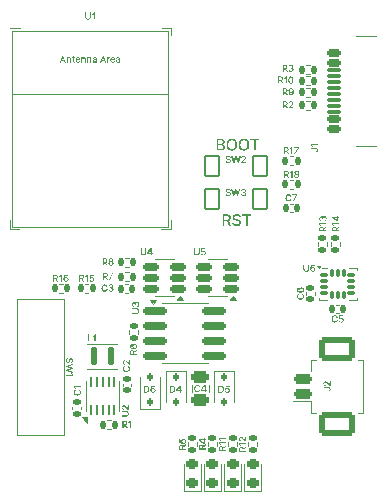
<source format=gbr>
%TF.GenerationSoftware,KiCad,Pcbnew,9.0.0*%
%TF.CreationDate,2025-03-07T19:53:28+09:00*%
%TF.ProjectId,hotdoggu_smolSlimeVR,686f7464-6f67-4677-955f-736d6f6c536c,rev?*%
%TF.SameCoordinates,Original*%
%TF.FileFunction,Legend,Top*%
%TF.FilePolarity,Positive*%
%FSLAX46Y46*%
G04 Gerber Fmt 4.6, Leading zero omitted, Abs format (unit mm)*
G04 Created by KiCad (PCBNEW 9.0.0) date 2025-03-07 19:53:28*
%MOMM*%
%LPD*%
G01*
G04 APERTURE LIST*
G04 Aperture macros list*
%AMRoundRect*
0 Rectangle with rounded corners*
0 $1 Rounding radius*
0 $2 $3 $4 $5 $6 $7 $8 $9 X,Y pos of 4 corners*
0 Add a 4 corners polygon primitive as box body*
4,1,4,$2,$3,$4,$5,$6,$7,$8,$9,$2,$3,0*
0 Add four circle primitives for the rounded corners*
1,1,$1+$1,$2,$3*
1,1,$1+$1,$4,$5*
1,1,$1+$1,$6,$7*
1,1,$1+$1,$8,$9*
0 Add four rect primitives between the rounded corners*
20,1,$1+$1,$2,$3,$4,$5,0*
20,1,$1+$1,$4,$5,$6,$7,0*
20,1,$1+$1,$6,$7,$8,$9,0*
20,1,$1+$1,$8,$9,$2,$3,0*%
%AMFreePoly0*
4,1,6,0.725000,-0.725000,-0.725000,-0.725000,-0.725000,0.125000,-0.125000,0.725000,0.725000,0.725000,0.725000,-0.725000,0.725000,-0.725000,$1*%
G04 Aperture macros list end*
%ADD10C,0.250000*%
%ADD11C,0.150000*%
%ADD12C,0.100000*%
%ADD13C,0.120000*%
%ADD14RoundRect,0.140000X0.170000X-0.140000X0.170000X0.140000X-0.170000X0.140000X-0.170000X-0.140000X0*%
%ADD15C,0.650000*%
%ADD16RoundRect,0.150000X0.425000X-0.150000X0.425000X0.150000X-0.425000X0.150000X-0.425000X-0.150000X0*%
%ADD17RoundRect,0.075000X0.500000X-0.075000X0.500000X0.075000X-0.500000X0.075000X-0.500000X-0.075000X0*%
%ADD18O,2.100000X1.000000*%
%ADD19O,1.800000X1.000000*%
%ADD20RoundRect,0.150000X0.512500X0.150000X-0.512500X0.150000X-0.512500X-0.150000X0.512500X-0.150000X0*%
%ADD21RoundRect,0.218750X0.256250X-0.218750X0.256250X0.218750X-0.256250X0.218750X-0.256250X-0.218750X0*%
%ADD22RoundRect,0.140000X0.140000X0.170000X-0.140000X0.170000X-0.140000X-0.170000X0.140000X-0.170000X0*%
%ADD23C,2.600000*%
%ADD24C,3.800000*%
%ADD25RoundRect,0.137500X0.137500X0.662500X-0.137500X0.662500X-0.137500X-0.662500X0.137500X-0.662500X0*%
%ADD26RoundRect,0.135000X0.185000X-0.135000X0.185000X0.135000X-0.185000X0.135000X-0.185000X-0.135000X0*%
%ADD27RoundRect,0.112500X0.112500X-0.187500X0.112500X0.187500X-0.112500X0.187500X-0.112500X-0.187500X0*%
%ADD28RoundRect,0.200000X0.600000X-0.200000X0.600000X0.200000X-0.600000X0.200000X-0.600000X-0.200000X0*%
%ADD29RoundRect,0.250001X1.249999X-0.799999X1.249999X0.799999X-1.249999X0.799999X-1.249999X-0.799999X0*%
%ADD30C,1.524000*%
%ADD31RoundRect,0.067500X-0.607500X-0.832500X0.607500X-0.832500X0.607500X0.832500X-0.607500X0.832500X0*%
%ADD32RoundRect,0.135000X0.135000X0.185000X-0.135000X0.185000X-0.135000X-0.185000X0.135000X-0.185000X0*%
%ADD33RoundRect,0.062500X0.062500X-0.350000X0.062500X0.350000X-0.062500X0.350000X-0.062500X-0.350000X0*%
%ADD34R,2.000000X1.200000*%
%ADD35RoundRect,0.135000X-0.135000X-0.185000X0.135000X-0.185000X0.135000X0.185000X-0.135000X0.185000X0*%
%ADD36C,2.200000*%
%ADD37RoundRect,0.112500X-0.112500X0.187500X-0.112500X-0.187500X0.112500X-0.187500X0.112500X0.187500X0*%
%ADD38RoundRect,0.250000X0.475000X-0.250000X0.475000X0.250000X-0.475000X0.250000X-0.475000X-0.250000X0*%
%ADD39RoundRect,0.087500X-0.225000X-0.087500X0.225000X-0.087500X0.225000X0.087500X-0.225000X0.087500X0*%
%ADD40RoundRect,0.087500X-0.087500X-0.225000X0.087500X-0.225000X0.087500X0.225000X-0.087500X0.225000X0*%
%ADD41RoundRect,0.140000X-0.170000X0.140000X-0.170000X-0.140000X0.170000X-0.140000X0.170000X0.140000X0*%
%ADD42RoundRect,0.150000X-0.825000X-0.150000X0.825000X-0.150000X0.825000X0.150000X-0.825000X0.150000X0*%
%ADD43R,2.410000X3.300000*%
%ADD44R,0.800000X0.400000*%
%ADD45R,0.400000X0.800000*%
%ADD46FreePoly0,0.000000*%
%ADD47R,1.450000X1.450000*%
%ADD48R,0.700000X0.700000*%
G04 APERTURE END LIST*
D10*
G36*
X166728119Y-80742150D02*
G01*
X166790604Y-80755502D01*
X166843457Y-80776475D01*
X166891351Y-80806479D01*
X166929464Y-80842623D01*
X166958923Y-80885347D01*
X166979786Y-80933240D01*
X166992709Y-80987154D01*
X166997208Y-81048257D01*
X166991776Y-81114502D01*
X166976255Y-81171861D01*
X166951229Y-81221913D01*
X166916361Y-81265262D01*
X166871812Y-81300626D01*
X166816041Y-81328342D01*
X167035493Y-81730000D01*
X166864035Y-81730000D01*
X166662534Y-81354842D01*
X166653009Y-81354842D01*
X166450104Y-81354842D01*
X166450104Y-81730000D01*
X166301605Y-81730000D01*
X166301605Y-81225882D01*
X166450104Y-81225882D01*
X166637866Y-81225882D01*
X166707889Y-81219955D01*
X166758616Y-81204261D01*
X166794792Y-81180758D01*
X166821727Y-81147528D01*
X166838661Y-81104560D01*
X166844801Y-81048867D01*
X166838662Y-80992653D01*
X166821632Y-80948580D01*
X166794426Y-80913862D01*
X166757869Y-80888981D01*
X166707203Y-80872531D01*
X166637866Y-80866357D01*
X166450104Y-80866357D01*
X166450104Y-81225882D01*
X166301605Y-81225882D01*
X166301605Y-80737397D01*
X166654169Y-80737397D01*
X166728119Y-80742150D01*
G37*
G36*
X167701910Y-80996294D02*
G01*
X167691723Y-80953490D01*
X167671102Y-80918317D01*
X167639262Y-80889193D01*
X167600352Y-80868489D01*
X167553485Y-80855398D01*
X167496807Y-80850725D01*
X167439261Y-80855702D01*
X167391782Y-80869654D01*
X167351104Y-80892779D01*
X167321929Y-80922227D01*
X167303342Y-80957930D01*
X167297138Y-80997821D01*
X167303063Y-81037206D01*
X167320126Y-81069125D01*
X167349223Y-81095457D01*
X167405601Y-81124883D01*
X167478122Y-81147663D01*
X167574049Y-81173797D01*
X167659018Y-81199953D01*
X167724993Y-81231136D01*
X167775279Y-81266537D01*
X167812528Y-81305910D01*
X167838597Y-81349607D01*
X167854411Y-81398560D01*
X167859874Y-81454188D01*
X167854897Y-81509290D01*
X167840366Y-81559144D01*
X167816338Y-81604825D01*
X167783732Y-81644820D01*
X167741941Y-81679227D01*
X167689576Y-81708201D01*
X167632863Y-81728382D01*
X167567430Y-81741133D01*
X167491800Y-81745631D01*
X167418934Y-81741390D01*
X167355291Y-81729323D01*
X167299581Y-81710155D01*
X167248044Y-81682506D01*
X167205690Y-81648713D01*
X167171414Y-81608550D01*
X167146048Y-81562501D01*
X167130556Y-81510811D01*
X167125191Y-81452112D01*
X167271493Y-81452112D01*
X167282066Y-81501169D01*
X167304405Y-81540329D01*
X167339148Y-81571730D01*
X167381961Y-81593902D01*
X167432604Y-81607827D01*
X167492838Y-81612763D01*
X167553893Y-81607504D01*
X167605983Y-81592552D01*
X167651252Y-81567660D01*
X167684385Y-81535643D01*
X167705712Y-81496344D01*
X167712901Y-81451013D01*
X167706735Y-81412649D01*
X167688904Y-81381770D01*
X167661579Y-81356679D01*
X167624790Y-81335547D01*
X167581980Y-81318712D01*
X167525017Y-81301598D01*
X167407109Y-81270029D01*
X167326152Y-81242095D01*
X167263315Y-81209003D01*
X167215439Y-81171416D01*
X167186322Y-81137110D01*
X167165665Y-81098836D01*
X167153022Y-81055794D01*
X167148639Y-81006857D01*
X167153904Y-80952169D01*
X167169282Y-80902896D01*
X167194801Y-80857869D01*
X167228841Y-80818427D01*
X167270669Y-80785013D01*
X167321318Y-80757424D01*
X167375975Y-80737921D01*
X167435795Y-80725908D01*
X167501631Y-80721765D01*
X167566988Y-80725880D01*
X167625722Y-80737755D01*
X167678768Y-80756936D01*
X167727939Y-80783996D01*
X167768405Y-80816483D01*
X167801195Y-80854572D01*
X167825850Y-80897989D01*
X167840618Y-80944879D01*
X167845647Y-80996294D01*
X167701910Y-80996294D01*
G37*
G36*
X167973203Y-80737397D02*
G01*
X168739148Y-80737397D01*
X168739148Y-80866357D01*
X168430425Y-80866357D01*
X168430425Y-81728046D01*
X168281926Y-81728046D01*
X168281926Y-80866357D01*
X167973203Y-80866357D01*
X167973203Y-80737397D01*
G37*
G36*
X166231098Y-74341509D02*
G01*
X166288118Y-74353029D01*
X166336130Y-74371041D01*
X166380045Y-74396987D01*
X166414697Y-74427785D01*
X166441277Y-74463670D01*
X166460439Y-74504251D01*
X166472123Y-74548778D01*
X166476142Y-74598126D01*
X166470568Y-74654560D01*
X166454995Y-74700134D01*
X166430163Y-74737161D01*
X166396915Y-74767681D01*
X166357204Y-74791324D01*
X166309935Y-74808175D01*
X166309935Y-74817761D01*
X166360101Y-74827193D01*
X166409220Y-74850673D01*
X166451912Y-74886348D01*
X166486767Y-74935242D01*
X166503085Y-74972592D01*
X166513214Y-75014834D01*
X166516748Y-75062920D01*
X166512548Y-75113962D01*
X166500365Y-75159766D01*
X166480416Y-75201284D01*
X166452684Y-75237707D01*
X166415966Y-75269139D01*
X166368797Y-75295744D01*
X166317421Y-75313990D01*
X166255515Y-75325766D01*
X166181097Y-75330000D01*
X165801605Y-75330000D01*
X165801605Y-75201039D01*
X165950104Y-75201039D01*
X166167541Y-75201039D01*
X166235496Y-75195815D01*
X166284919Y-75182013D01*
X166320254Y-75161533D01*
X166347782Y-75132241D01*
X166364111Y-75097687D01*
X166369774Y-75056142D01*
X166363650Y-75010085D01*
X166345533Y-74968948D01*
X166316589Y-74934257D01*
X166276657Y-74907154D01*
X166229458Y-74890394D01*
X166173098Y-74884501D01*
X165950104Y-74884501D01*
X165950104Y-75201039D01*
X165801605Y-75201039D01*
X165801605Y-74767264D01*
X165950104Y-74767264D01*
X166150628Y-74767264D01*
X166199020Y-74762316D01*
X166241608Y-74747969D01*
X166278323Y-74724417D01*
X166305783Y-74693197D01*
X166323182Y-74655390D01*
X166329169Y-74610949D01*
X166323973Y-74569824D01*
X166309049Y-74535476D01*
X166284167Y-74506290D01*
X166251845Y-74485131D01*
X166209252Y-74471410D01*
X166153375Y-74466357D01*
X165950104Y-74466357D01*
X165950104Y-74767264D01*
X165801605Y-74767264D01*
X165801605Y-74337397D01*
X166163389Y-74337397D01*
X166231098Y-74341509D01*
G37*
G36*
X167170260Y-74332730D02*
G01*
X167246080Y-74353340D01*
X167315849Y-74387344D01*
X167377895Y-74433866D01*
X167430601Y-74492425D01*
X167474485Y-74564542D01*
X167505580Y-74643451D01*
X167525016Y-74733178D01*
X167531821Y-74835652D01*
X167525018Y-74938085D01*
X167505584Y-75027814D01*
X167474485Y-75106762D01*
X167430607Y-75178844D01*
X167377902Y-75237406D01*
X167315849Y-75283960D01*
X167246080Y-75317964D01*
X167170260Y-75338574D01*
X167086933Y-75345631D01*
X167002769Y-75338513D01*
X166926520Y-75317764D01*
X166856673Y-75283593D01*
X166794646Y-75236864D01*
X166741960Y-75178195D01*
X166698098Y-75106090D01*
X166667014Y-75027151D01*
X166647609Y-74937633D01*
X166640823Y-74835652D01*
X166640827Y-74835591D01*
X166787796Y-74835591D01*
X166792485Y-74913729D01*
X166805718Y-74980664D01*
X166826570Y-75038068D01*
X166856496Y-75090927D01*
X166891892Y-75132953D01*
X166932937Y-75165563D01*
X166979674Y-75189438D01*
X167030673Y-75203899D01*
X167086994Y-75208855D01*
X167142946Y-75203907D01*
X167193727Y-75189455D01*
X167240378Y-75165563D01*
X167281397Y-75132941D01*
X167316669Y-75090916D01*
X167346379Y-75038068D01*
X167367062Y-74980681D01*
X167380194Y-74913746D01*
X167384848Y-74835591D01*
X167380196Y-74757520D01*
X167367065Y-74690622D01*
X167346379Y-74633236D01*
X167316669Y-74580388D01*
X167281397Y-74538363D01*
X167240378Y-74505741D01*
X167193727Y-74481849D01*
X167142946Y-74467397D01*
X167086994Y-74462449D01*
X167030673Y-74467405D01*
X166979674Y-74481866D01*
X166932937Y-74505741D01*
X166891892Y-74538351D01*
X166856496Y-74580377D01*
X166826570Y-74633236D01*
X166805715Y-74690640D01*
X166792483Y-74757536D01*
X166787796Y-74835591D01*
X166640827Y-74835591D01*
X166647621Y-74733174D01*
X166667037Y-74643448D01*
X166698098Y-74564542D01*
X166741978Y-74492420D01*
X166794664Y-74433862D01*
X166856673Y-74387344D01*
X166926498Y-74353384D01*
X167002750Y-74332752D01*
X167086933Y-74325673D01*
X167170260Y-74332730D01*
G37*
G36*
X168199011Y-74332730D02*
G01*
X168274831Y-74353340D01*
X168344600Y-74387344D01*
X168406646Y-74433866D01*
X168459352Y-74492425D01*
X168503236Y-74564542D01*
X168534331Y-74643451D01*
X168553766Y-74733178D01*
X168560572Y-74835652D01*
X168553768Y-74938085D01*
X168534335Y-75027814D01*
X168503236Y-75106762D01*
X168459358Y-75178844D01*
X168406653Y-75237406D01*
X168344600Y-75283960D01*
X168274831Y-75317964D01*
X168199011Y-75338574D01*
X168115683Y-75345631D01*
X168031520Y-75338513D01*
X167955270Y-75317764D01*
X167885423Y-75283593D01*
X167823397Y-75236864D01*
X167770711Y-75178195D01*
X167726849Y-75106090D01*
X167695764Y-75027151D01*
X167676360Y-74937633D01*
X167669574Y-74835652D01*
X167669578Y-74835591D01*
X167816547Y-74835591D01*
X167821236Y-74913729D01*
X167834469Y-74980664D01*
X167855321Y-75038068D01*
X167885247Y-75090927D01*
X167920643Y-75132953D01*
X167961688Y-75165563D01*
X168008425Y-75189438D01*
X168059424Y-75203899D01*
X168115744Y-75208855D01*
X168171697Y-75203907D01*
X168222478Y-75189455D01*
X168269129Y-75165563D01*
X168310148Y-75132941D01*
X168345420Y-75090916D01*
X168375130Y-75038068D01*
X168395813Y-74980681D01*
X168408945Y-74913746D01*
X168413599Y-74835591D01*
X168408946Y-74757520D01*
X168395816Y-74690622D01*
X168375130Y-74633236D01*
X168345420Y-74580388D01*
X168310148Y-74538363D01*
X168269129Y-74505741D01*
X168222478Y-74481849D01*
X168171697Y-74467397D01*
X168115744Y-74462449D01*
X168059424Y-74467405D01*
X168008425Y-74481866D01*
X167961688Y-74505741D01*
X167920643Y-74538351D01*
X167885247Y-74580377D01*
X167855321Y-74633236D01*
X167834465Y-74690640D01*
X167821234Y-74757536D01*
X167816547Y-74835591D01*
X167669578Y-74835591D01*
X167676372Y-74733174D01*
X167695787Y-74643448D01*
X167726849Y-74564542D01*
X167770729Y-74492420D01*
X167823415Y-74433862D01*
X167885423Y-74387344D01*
X167955249Y-74353384D01*
X168031501Y-74332752D01*
X168115683Y-74325673D01*
X168199011Y-74332730D01*
G37*
G36*
X168641660Y-74337397D02*
G01*
X169407606Y-74337397D01*
X169407606Y-74466357D01*
X169098883Y-74466357D01*
X169098883Y-75328046D01*
X168950383Y-75328046D01*
X168950383Y-74466357D01*
X168641660Y-74466357D01*
X168641660Y-74337397D01*
G37*
D11*
G36*
X153903197Y-95670543D02*
G01*
X153867982Y-95681406D01*
X153838607Y-95699449D01*
X153814741Y-95723944D01*
X153797464Y-95753598D01*
X153787039Y-95786930D01*
X153783469Y-95823940D01*
X153786466Y-95857595D01*
X153795212Y-95888071D01*
X153809664Y-95916007D01*
X153829330Y-95940546D01*
X153854609Y-95961712D01*
X153886344Y-95979608D01*
X153920778Y-95992071D01*
X153960791Y-95999968D01*
X154007354Y-96002762D01*
X154054243Y-95999961D01*
X154094404Y-95992058D01*
X154128841Y-95979608D01*
X154160565Y-95961704D01*
X154185779Y-95940539D01*
X154205338Y-95916007D01*
X154219664Y-95888084D01*
X154228339Y-95857607D01*
X154231313Y-95823940D01*
X154227801Y-95787300D01*
X154217538Y-95754221D01*
X154200473Y-95724693D01*
X154176981Y-95700255D01*
X154148020Y-95682018D01*
X154113234Y-95670543D01*
X154113234Y-95579465D01*
X154151131Y-95588519D01*
X154185627Y-95602767D01*
X154217208Y-95622256D01*
X154245241Y-95646511D01*
X154268779Y-95674874D01*
X154288063Y-95707766D01*
X154301957Y-95743304D01*
X154310459Y-95781912D01*
X154313378Y-95824160D01*
X154309126Y-95874665D01*
X154296744Y-95920327D01*
X154276376Y-95962059D01*
X154248454Y-95999118D01*
X154213319Y-96030597D01*
X154170057Y-96056801D01*
X154122702Y-96075317D01*
X154068864Y-96086893D01*
X154007391Y-96090946D01*
X153945904Y-96086867D01*
X153892069Y-96075218D01*
X153844725Y-96056581D01*
X153801436Y-96030266D01*
X153766302Y-95998724D01*
X153738406Y-95961656D01*
X153718024Y-95919929D01*
X153705648Y-95874397D01*
X153701404Y-95824160D01*
X153704158Y-95782957D01*
X153712208Y-95744935D01*
X153725400Y-95709597D01*
X153743854Y-95676846D01*
X153766935Y-95648264D01*
X153794936Y-95623465D01*
X153826645Y-95603662D01*
X153862505Y-95588962D01*
X153903197Y-95579465D01*
X153903197Y-95670543D01*
G37*
G36*
X154304000Y-95261497D02*
G01*
X154304000Y-95352942D01*
X153798930Y-95352942D01*
X153798930Y-95356203D01*
X153891876Y-95498315D01*
X153805488Y-95498315D01*
X153708438Y-95350487D01*
X153708438Y-95261497D01*
X154304000Y-95261497D01*
G37*
G36*
X173799610Y-75146377D02*
G01*
X174221588Y-75146377D01*
X174258867Y-75149051D01*
X174291155Y-75156664D01*
X174319261Y-75168835D01*
X174344485Y-75185935D01*
X174365198Y-75206994D01*
X174381800Y-75232400D01*
X174393544Y-75260551D01*
X174400837Y-75292276D01*
X174403378Y-75328241D01*
X174401213Y-75361832D01*
X174394957Y-75392041D01*
X174384840Y-75419355D01*
X174370387Y-75444373D01*
X174352322Y-75465206D01*
X174330399Y-75482297D01*
X174305578Y-75494751D01*
X174277393Y-75502440D01*
X174245109Y-75505121D01*
X174245109Y-75416937D01*
X174268710Y-75414004D01*
X174288050Y-75405650D01*
X174304130Y-75391841D01*
X174316030Y-75373990D01*
X174323397Y-75352670D01*
X174326002Y-75326958D01*
X174322796Y-75299404D01*
X174313868Y-75277829D01*
X174299478Y-75260829D01*
X174280455Y-75248691D01*
X174255094Y-75240759D01*
X174221515Y-75237822D01*
X173799610Y-75237822D01*
X173799610Y-75146377D01*
G37*
G36*
X174394000Y-74808736D02*
G01*
X174394000Y-74900181D01*
X173888930Y-74900181D01*
X173888930Y-74903441D01*
X173981876Y-75045554D01*
X173895488Y-75045554D01*
X173798438Y-74897726D01*
X173798438Y-74808736D01*
X174394000Y-74808736D01*
G37*
G36*
X159832019Y-83627265D02*
G01*
X159832019Y-84019275D01*
X159828646Y-84059897D01*
X159818831Y-84096584D01*
X159802709Y-84130064D01*
X159780649Y-84159909D01*
X159753255Y-84185127D01*
X159719911Y-84206011D01*
X159683358Y-84220938D01*
X159642561Y-84230172D01*
X159596739Y-84233378D01*
X159550424Y-84230164D01*
X159509317Y-84220922D01*
X159472615Y-84206011D01*
X159439166Y-84185110D01*
X159411779Y-84159890D01*
X159389817Y-84130064D01*
X159373821Y-84096596D01*
X159364077Y-84059909D01*
X159360728Y-84019275D01*
X159360728Y-83627265D01*
X159449827Y-83627265D01*
X159449827Y-84012058D01*
X159451879Y-84038503D01*
X159457832Y-84062325D01*
X159467559Y-84083975D01*
X159481069Y-84103382D01*
X159498004Y-84119784D01*
X159518740Y-84133398D01*
X159541669Y-84143153D01*
X159567497Y-84149205D01*
X159596776Y-84151313D01*
X159626053Y-84149197D01*
X159651725Y-84143140D01*
X159674372Y-84133398D01*
X159694874Y-84119805D01*
X159711681Y-84103406D01*
X159725150Y-84083975D01*
X159734898Y-84062323D01*
X159740863Y-84038501D01*
X159742919Y-84012058D01*
X159742919Y-83627265D01*
X159832019Y-83627265D01*
G37*
G36*
X160305068Y-84031732D02*
G01*
X160387134Y-84031732D01*
X160387134Y-84109108D01*
X160305068Y-84109108D01*
X160305068Y-84225172D01*
X160220658Y-84225172D01*
X160220658Y-84109108D01*
X159932256Y-84109108D01*
X159932256Y-84035065D01*
X159937586Y-84026822D01*
X160027291Y-84026822D01*
X160027291Y-84031732D01*
X160220658Y-84031732D01*
X160220658Y-83737101D01*
X160214100Y-83737101D01*
X160027291Y-84026822D01*
X159937586Y-84026822D01*
X160194426Y-83629610D01*
X160305068Y-83629610D01*
X160305068Y-84031732D01*
G37*
G36*
X172050354Y-79248197D02*
G01*
X172039491Y-79212982D01*
X172021448Y-79183607D01*
X171996953Y-79159741D01*
X171967299Y-79142464D01*
X171933967Y-79132039D01*
X171896957Y-79128469D01*
X171863302Y-79131466D01*
X171832826Y-79140212D01*
X171804890Y-79154664D01*
X171780351Y-79174330D01*
X171759185Y-79199609D01*
X171741289Y-79231344D01*
X171728826Y-79265778D01*
X171720929Y-79305791D01*
X171718135Y-79352354D01*
X171720936Y-79399243D01*
X171728839Y-79439404D01*
X171741289Y-79473841D01*
X171759193Y-79505565D01*
X171780358Y-79530779D01*
X171804890Y-79550338D01*
X171832813Y-79564664D01*
X171863290Y-79573339D01*
X171896957Y-79576313D01*
X171933597Y-79572801D01*
X171966676Y-79562538D01*
X171996204Y-79545473D01*
X172020642Y-79521981D01*
X172038879Y-79493020D01*
X172050354Y-79458234D01*
X172141432Y-79458234D01*
X172132378Y-79496131D01*
X172118130Y-79530627D01*
X172098641Y-79562208D01*
X172074386Y-79590241D01*
X172046023Y-79613779D01*
X172013131Y-79633063D01*
X171977593Y-79646957D01*
X171938985Y-79655459D01*
X171896737Y-79658378D01*
X171846232Y-79654126D01*
X171800570Y-79641744D01*
X171758838Y-79621376D01*
X171721779Y-79593454D01*
X171690300Y-79558319D01*
X171664096Y-79515057D01*
X171645580Y-79467702D01*
X171634004Y-79413864D01*
X171629951Y-79352391D01*
X171634030Y-79290904D01*
X171645679Y-79237069D01*
X171664316Y-79189725D01*
X171690631Y-79146436D01*
X171722173Y-79111302D01*
X171759241Y-79083406D01*
X171800968Y-79063024D01*
X171846500Y-79050648D01*
X171896737Y-79046404D01*
X171937940Y-79049158D01*
X171975962Y-79057208D01*
X172011300Y-79070400D01*
X172044051Y-79088854D01*
X172072633Y-79111935D01*
X172097432Y-79139936D01*
X172117235Y-79171645D01*
X172131935Y-79207505D01*
X172141432Y-79248197D01*
X172050354Y-79248197D01*
G37*
G36*
X172518494Y-79135687D02*
G01*
X172518494Y-79130777D01*
X172213203Y-79130777D01*
X172213203Y-79053438D01*
X172611807Y-79053438D01*
X172611807Y-79134038D01*
X172348245Y-79649000D01*
X172254126Y-79649000D01*
X172518494Y-79135687D01*
G37*
G36*
X154920876Y-90920898D02*
G01*
X155009975Y-90920898D01*
X155009975Y-91439083D01*
X155279619Y-91439083D01*
X155279619Y-91516460D01*
X154920876Y-91516460D01*
X154920876Y-90920898D01*
G37*
G36*
X155552781Y-91516460D02*
G01*
X155461336Y-91516460D01*
X155461336Y-91011390D01*
X155458075Y-91011390D01*
X155315963Y-91104336D01*
X155315963Y-91017948D01*
X155463791Y-90920898D01*
X155552781Y-90920898D01*
X155552781Y-91516460D01*
G37*
G36*
X166599000Y-100449207D02*
G01*
X166373905Y-100570108D01*
X166373905Y-100575823D01*
X166373905Y-100697566D01*
X166599000Y-100697566D01*
X166599000Y-100786665D01*
X166003438Y-100786665D01*
X166003438Y-100584909D01*
X166080814Y-100584909D01*
X166080814Y-100697566D01*
X166296529Y-100697566D01*
X166296529Y-100584909D01*
X166292973Y-100542895D01*
X166283557Y-100512459D01*
X166269455Y-100490753D01*
X166249516Y-100474592D01*
X166223736Y-100464432D01*
X166190320Y-100460748D01*
X166156592Y-100464431D01*
X166130148Y-100474649D01*
X166109317Y-100490973D01*
X166094388Y-100512907D01*
X166084519Y-100543306D01*
X166080814Y-100584909D01*
X166003438Y-100584909D01*
X166003438Y-100575127D01*
X166006290Y-100530757D01*
X166014301Y-100493266D01*
X166026885Y-100461554D01*
X166044887Y-100432818D01*
X166066573Y-100409950D01*
X166092208Y-100392274D01*
X166120944Y-100379757D01*
X166153292Y-100372003D01*
X166189954Y-100369303D01*
X166229701Y-100372563D01*
X166264116Y-100381875D01*
X166294148Y-100396891D01*
X166320157Y-100417812D01*
X166341375Y-100444541D01*
X166358005Y-100478004D01*
X166599000Y-100346332D01*
X166599000Y-100449207D01*
G37*
G36*
X166599000Y-100051006D02*
G01*
X166599000Y-100142451D01*
X166093930Y-100142451D01*
X166093930Y-100145711D01*
X166186876Y-100287824D01*
X166100488Y-100287824D01*
X166003438Y-100139996D01*
X166003438Y-100051006D01*
X166599000Y-100051006D01*
G37*
G36*
X166599000Y-99674677D02*
G01*
X166599000Y-99766121D01*
X166093930Y-99766121D01*
X166093930Y-99769382D01*
X166186876Y-99911495D01*
X166100488Y-99911495D01*
X166003438Y-99763667D01*
X166003438Y-99674677D01*
X166599000Y-99674677D01*
G37*
G36*
X156473097Y-86883197D02*
G01*
X156462234Y-86847982D01*
X156444191Y-86818607D01*
X156419696Y-86794741D01*
X156390042Y-86777464D01*
X156356710Y-86767039D01*
X156319700Y-86763469D01*
X156286045Y-86766466D01*
X156255569Y-86775212D01*
X156227633Y-86789664D01*
X156203094Y-86809330D01*
X156181928Y-86834609D01*
X156164032Y-86866344D01*
X156151569Y-86900778D01*
X156143672Y-86940791D01*
X156140878Y-86987354D01*
X156143679Y-87034243D01*
X156151582Y-87074404D01*
X156164032Y-87108841D01*
X156181936Y-87140565D01*
X156203101Y-87165779D01*
X156227633Y-87185338D01*
X156255556Y-87199664D01*
X156286033Y-87208339D01*
X156319700Y-87211313D01*
X156356340Y-87207801D01*
X156389419Y-87197538D01*
X156418947Y-87180473D01*
X156443385Y-87156981D01*
X156461622Y-87128020D01*
X156473097Y-87093234D01*
X156564175Y-87093234D01*
X156555121Y-87131131D01*
X156540873Y-87165627D01*
X156521384Y-87197208D01*
X156497129Y-87225241D01*
X156468766Y-87248779D01*
X156435874Y-87268063D01*
X156400336Y-87281957D01*
X156361728Y-87290459D01*
X156319480Y-87293378D01*
X156268975Y-87289126D01*
X156223313Y-87276744D01*
X156181581Y-87256376D01*
X156144522Y-87228454D01*
X156113043Y-87193319D01*
X156086839Y-87150057D01*
X156068323Y-87102702D01*
X156056747Y-87048864D01*
X156052694Y-86987391D01*
X156056773Y-86925904D01*
X156068422Y-86872069D01*
X156087059Y-86824725D01*
X156113374Y-86781436D01*
X156144916Y-86746302D01*
X156181984Y-86718406D01*
X156223711Y-86698024D01*
X156269243Y-86685648D01*
X156319480Y-86681404D01*
X156360683Y-86684158D01*
X156398705Y-86692208D01*
X156434043Y-86705400D01*
X156466794Y-86723854D01*
X156495376Y-86746935D01*
X156520175Y-86774936D01*
X156539978Y-86806645D01*
X156554678Y-86842505D01*
X156564175Y-86883197D01*
X156473097Y-86883197D01*
G37*
G36*
X156864887Y-87293378D02*
G01*
X156824829Y-87290979D01*
X156788700Y-87284050D01*
X156755967Y-87272862D01*
X156725495Y-87256940D01*
X156700412Y-87237742D01*
X156680056Y-87215196D01*
X156664695Y-87189259D01*
X156655496Y-87161080D01*
X156652359Y-87129980D01*
X156743803Y-87129980D01*
X156747861Y-87154177D01*
X156759997Y-87175299D01*
X156778581Y-87192388D01*
X156803301Y-87205451D01*
X156831450Y-87213276D01*
X156863678Y-87216002D01*
X156898105Y-87212844D01*
X156927499Y-87203839D01*
X156952903Y-87188867D01*
X156971645Y-87169291D01*
X156983615Y-87145514D01*
X156987656Y-87118403D01*
X156983660Y-87090135D01*
X156971939Y-87065720D01*
X156953112Y-87045619D01*
X156926070Y-87029743D01*
X156894147Y-87020151D01*
X156854665Y-87016700D01*
X156804070Y-87016700D01*
X156804070Y-86943867D01*
X156854665Y-86943867D01*
X156886823Y-86940789D01*
X156914016Y-86932033D01*
X156937293Y-86917580D01*
X156954390Y-86898658D01*
X156965182Y-86875651D01*
X156968898Y-86848502D01*
X156965634Y-86822437D01*
X156956221Y-86800399D01*
X156941043Y-86782081D01*
X156920245Y-86768049D01*
X156895635Y-86759469D01*
X156865913Y-86756435D01*
X156836855Y-86759175D01*
X156810115Y-86767243D01*
X156786437Y-86780520D01*
X156768203Y-86798127D01*
X156756271Y-86819665D01*
X156752267Y-86844362D01*
X156664083Y-86844362D01*
X156667171Y-86813704D01*
X156676250Y-86785734D01*
X156691450Y-86759806D01*
X156711530Y-86737077D01*
X156735860Y-86717846D01*
X156764979Y-86701993D01*
X156796339Y-86690672D01*
X156829993Y-86683765D01*
X156866352Y-86681404D01*
X156903992Y-86683977D01*
X156937254Y-86691359D01*
X156966809Y-86703239D01*
X156993904Y-86719823D01*
X157015966Y-86739469D01*
X157033561Y-86762333D01*
X157046659Y-86788004D01*
X157054454Y-86814947D01*
X157057082Y-86843630D01*
X157053771Y-86876121D01*
X157044238Y-86904244D01*
X157028578Y-86928919D01*
X157007673Y-86949439D01*
X156982082Y-86965195D01*
X156950946Y-86976254D01*
X156950946Y-86980357D01*
X156989096Y-86989701D01*
X157020189Y-87005233D01*
X157045732Y-87027150D01*
X157064116Y-87054326D01*
X157075252Y-87085691D01*
X157079100Y-87121663D01*
X157075983Y-87153368D01*
X157066797Y-87182530D01*
X157051403Y-87209774D01*
X157030944Y-87233673D01*
X157005581Y-87254119D01*
X156974650Y-87271213D01*
X156941313Y-87283346D01*
X156904899Y-87290808D01*
X156864887Y-87293378D01*
G37*
G36*
X172798197Y-87546316D02*
G01*
X172762982Y-87557179D01*
X172733607Y-87575222D01*
X172709741Y-87599717D01*
X172692464Y-87629371D01*
X172682039Y-87662703D01*
X172678469Y-87699713D01*
X172681466Y-87733368D01*
X172690212Y-87763844D01*
X172704664Y-87791780D01*
X172724330Y-87816319D01*
X172749609Y-87837485D01*
X172781344Y-87855381D01*
X172815778Y-87867844D01*
X172855791Y-87875741D01*
X172902354Y-87878535D01*
X172949243Y-87875734D01*
X172989404Y-87867831D01*
X173023841Y-87855381D01*
X173055565Y-87837477D01*
X173080779Y-87816312D01*
X173100338Y-87791780D01*
X173114664Y-87763857D01*
X173123339Y-87733380D01*
X173126313Y-87699713D01*
X173122801Y-87663073D01*
X173112538Y-87629994D01*
X173095473Y-87600466D01*
X173071981Y-87576028D01*
X173043020Y-87557791D01*
X173008234Y-87546316D01*
X173008234Y-87455238D01*
X173046131Y-87464292D01*
X173080627Y-87478540D01*
X173112208Y-87498029D01*
X173140241Y-87522284D01*
X173163779Y-87550647D01*
X173183063Y-87583539D01*
X173196957Y-87619077D01*
X173205459Y-87657685D01*
X173208378Y-87699933D01*
X173204126Y-87750438D01*
X173191744Y-87796100D01*
X173171376Y-87837832D01*
X173143454Y-87874891D01*
X173108319Y-87906370D01*
X173065057Y-87932574D01*
X173017702Y-87951090D01*
X172963864Y-87962666D01*
X172902391Y-87966719D01*
X172840904Y-87962640D01*
X172787069Y-87950991D01*
X172739725Y-87932354D01*
X172696436Y-87906039D01*
X172661302Y-87874497D01*
X172633406Y-87837429D01*
X172613024Y-87795702D01*
X172600648Y-87750170D01*
X172596404Y-87699933D01*
X172599158Y-87658730D01*
X172607208Y-87620708D01*
X172620400Y-87585370D01*
X172638854Y-87552619D01*
X172661935Y-87524037D01*
X172689936Y-87499238D01*
X172721645Y-87479435D01*
X172757505Y-87464735D01*
X172798197Y-87455238D01*
X172798197Y-87546316D01*
G37*
G36*
X173042705Y-86939561D02*
G01*
X173077036Y-86948411D01*
X173108911Y-86963028D01*
X173137626Y-86983046D01*
X173161839Y-87007730D01*
X173181890Y-87037546D01*
X173196393Y-87070466D01*
X173205300Y-87106892D01*
X173208378Y-87147529D01*
X173205327Y-87187079D01*
X173196344Y-87223981D01*
X173181451Y-87258757D01*
X173160236Y-87289614D01*
X173130457Y-87317276D01*
X173090556Y-87341885D01*
X173058635Y-87355114D01*
X173020606Y-87365220D01*
X172975468Y-87371750D01*
X172922101Y-87374088D01*
X172854179Y-87370641D01*
X172796023Y-87360943D01*
X172746283Y-87345768D01*
X172699781Y-87323351D01*
X172663054Y-87296464D01*
X172634652Y-87265131D01*
X172613600Y-87228607D01*
X172600815Y-87187852D01*
X172596404Y-87141777D01*
X172598816Y-87106430D01*
X172605808Y-87074459D01*
X172617176Y-87045350D01*
X172632985Y-87018437D01*
X172652194Y-86995432D01*
X172674989Y-86975960D01*
X172700673Y-86960441D01*
X172728665Y-86949231D01*
X172759362Y-86942291D01*
X172759362Y-87032051D01*
X172735564Y-87040569D01*
X172715607Y-87053096D01*
X172698912Y-87069786D01*
X172686509Y-87089789D01*
X172678830Y-87113362D01*
X172676124Y-87141410D01*
X172679071Y-87170735D01*
X172687589Y-87196405D01*
X172701623Y-87219189D01*
X172720401Y-87238542D01*
X172744520Y-87255097D01*
X172774933Y-87268795D01*
X172807228Y-87277949D01*
X172845043Y-87283816D01*
X172889239Y-87285904D01*
X172889239Y-87279346D01*
X172866051Y-87261509D01*
X172846648Y-87240295D01*
X172830767Y-87215379D01*
X172819191Y-87188108D01*
X172812170Y-87158847D01*
X172811300Y-87147345D01*
X172882607Y-87147345D01*
X172886937Y-87181205D01*
X172899790Y-87211935D01*
X172919923Y-87238298D01*
X172945732Y-87258317D01*
X172975607Y-87271049D01*
X173007574Y-87275280D01*
X173039599Y-87271157D01*
X173069636Y-87258757D01*
X173095685Y-87239238D01*
X173115981Y-87213694D01*
X173128941Y-87183624D01*
X173133347Y-87149617D01*
X173129003Y-87115919D01*
X173116201Y-87085943D01*
X173096100Y-87060411D01*
X173070259Y-87041063D01*
X173040192Y-87028859D01*
X173006732Y-87024723D01*
X172974012Y-87028753D01*
X172944266Y-87040697D01*
X172918685Y-87059665D01*
X172899167Y-87084624D01*
X172886815Y-87114045D01*
X172882607Y-87147345D01*
X172811300Y-87147345D01*
X172809774Y-87127159D01*
X172812630Y-87092939D01*
X172821047Y-87061076D01*
X172835053Y-87031061D01*
X172854033Y-87003919D01*
X172877181Y-86980982D01*
X172904882Y-86961928D01*
X172935487Y-86947955D01*
X172968774Y-86939454D01*
X173005339Y-86936539D01*
X173042705Y-86939561D01*
G37*
G36*
X159889759Y-95257659D02*
G01*
X159939233Y-95269701D01*
X159982448Y-95289012D01*
X160012013Y-95308734D01*
X160037740Y-95332191D01*
X160059922Y-95359627D01*
X160078692Y-95391447D01*
X160096739Y-95437167D01*
X160108078Y-95489742D01*
X160112068Y-95550413D01*
X160108030Y-95611333D01*
X160096545Y-95664176D01*
X160078252Y-95710184D01*
X160059265Y-95742143D01*
X160036781Y-95769726D01*
X160010656Y-95793335D01*
X159980580Y-95813206D01*
X159936666Y-95832586D01*
X159885956Y-95844727D01*
X159827110Y-95849000D01*
X159634659Y-95849000D01*
X159634659Y-95769279D01*
X159723758Y-95769279D01*
X159821871Y-95769279D01*
X159872014Y-95765276D01*
X159912836Y-95754148D01*
X159946116Y-95736715D01*
X159973179Y-95713078D01*
X159994259Y-95683802D01*
X160010055Y-95647937D01*
X160020221Y-95604115D01*
X160023884Y-95550632D01*
X160020258Y-95497294D01*
X160010202Y-95453662D01*
X159994597Y-95418020D01*
X159973802Y-95388993D01*
X159947036Y-95365388D01*
X159914493Y-95348080D01*
X159874964Y-95337093D01*
X159826817Y-95333159D01*
X159723758Y-95333159D01*
X159723758Y-95769279D01*
X159634659Y-95769279D01*
X159634659Y-95253438D01*
X159832788Y-95253438D01*
X159889759Y-95257659D01*
G37*
G36*
X160463294Y-95248816D02*
G01*
X160495264Y-95255808D01*
X160524374Y-95267176D01*
X160551287Y-95282985D01*
X160574292Y-95302194D01*
X160593764Y-95324989D01*
X160609283Y-95350673D01*
X160620493Y-95378665D01*
X160627432Y-95409362D01*
X160537673Y-95409362D01*
X160529154Y-95385564D01*
X160516627Y-95365607D01*
X160499938Y-95348912D01*
X160479935Y-95336509D01*
X160456362Y-95328830D01*
X160428313Y-95326124D01*
X160398988Y-95329071D01*
X160373318Y-95337589D01*
X160350534Y-95351623D01*
X160331182Y-95370401D01*
X160314626Y-95394520D01*
X160300929Y-95424933D01*
X160291774Y-95457228D01*
X160285907Y-95495043D01*
X160283819Y-95539239D01*
X160290377Y-95539239D01*
X160308214Y-95516051D01*
X160329429Y-95496648D01*
X160354344Y-95480767D01*
X160381616Y-95469191D01*
X160410876Y-95462170D01*
X160442565Y-95459774D01*
X160476785Y-95462630D01*
X160508648Y-95471047D01*
X160538662Y-95485053D01*
X160565805Y-95504033D01*
X160588742Y-95527181D01*
X160607795Y-95554882D01*
X160621769Y-95585487D01*
X160630270Y-95618774D01*
X160633184Y-95655339D01*
X160630163Y-95692705D01*
X160621313Y-95727036D01*
X160606696Y-95758911D01*
X160586678Y-95787626D01*
X160561993Y-95811839D01*
X160532178Y-95831890D01*
X160499258Y-95846393D01*
X160462832Y-95855300D01*
X160422195Y-95858378D01*
X160382645Y-95855327D01*
X160345743Y-95846344D01*
X160310967Y-95831451D01*
X160280110Y-95810236D01*
X160252447Y-95780457D01*
X160227839Y-95740556D01*
X160214610Y-95708635D01*
X160204504Y-95670606D01*
X160202619Y-95657574D01*
X160294444Y-95657574D01*
X160298566Y-95689599D01*
X160310967Y-95719636D01*
X160330486Y-95745685D01*
X160356030Y-95765981D01*
X160386100Y-95778941D01*
X160420107Y-95783347D01*
X160453804Y-95779003D01*
X160483781Y-95766201D01*
X160509313Y-95746100D01*
X160528661Y-95720259D01*
X160540865Y-95690192D01*
X160545000Y-95656732D01*
X160540971Y-95624012D01*
X160529027Y-95594266D01*
X160510059Y-95568685D01*
X160485100Y-95549167D01*
X160455679Y-95536815D01*
X160422378Y-95532607D01*
X160388519Y-95536937D01*
X160357788Y-95549790D01*
X160331426Y-95569923D01*
X160311407Y-95595732D01*
X160298675Y-95625607D01*
X160294444Y-95657574D01*
X160202619Y-95657574D01*
X160197974Y-95625468D01*
X160195635Y-95572101D01*
X160199082Y-95504179D01*
X160208781Y-95446023D01*
X160223955Y-95396283D01*
X160246373Y-95349781D01*
X160273260Y-95313054D01*
X160304592Y-95284652D01*
X160341116Y-95263600D01*
X160381871Y-95250815D01*
X160427947Y-95246404D01*
X160463294Y-95248816D01*
G37*
G36*
X174854610Y-95387926D02*
G01*
X175276588Y-95387926D01*
X175313867Y-95390600D01*
X175346155Y-95398213D01*
X175374261Y-95410384D01*
X175399485Y-95427484D01*
X175420198Y-95448543D01*
X175436800Y-95473949D01*
X175448544Y-95502100D01*
X175455837Y-95533825D01*
X175458378Y-95569790D01*
X175456213Y-95603381D01*
X175449957Y-95633590D01*
X175439840Y-95660904D01*
X175425387Y-95685922D01*
X175407322Y-95706755D01*
X175385399Y-95723846D01*
X175360578Y-95736300D01*
X175332393Y-95743989D01*
X175300109Y-95746670D01*
X175300109Y-95658486D01*
X175323710Y-95655553D01*
X175343050Y-95647199D01*
X175359130Y-95633390D01*
X175371030Y-95615539D01*
X175378397Y-95594219D01*
X175381002Y-95568507D01*
X175377796Y-95540953D01*
X175368868Y-95519378D01*
X175354478Y-95502378D01*
X175335455Y-95490240D01*
X175310094Y-95482308D01*
X175276515Y-95479371D01*
X174854610Y-95479371D01*
X174854610Y-95387926D01*
G37*
G36*
X175384300Y-95277724D02*
G01*
X175175948Y-95072560D01*
X175113153Y-95015737D01*
X175088709Y-94997994D01*
X175066185Y-94985695D01*
X175042707Y-94977873D01*
X175017825Y-94975254D01*
X174990422Y-94978898D01*
X174967157Y-94989469D01*
X174947907Y-95006156D01*
X174933378Y-95028376D01*
X174924507Y-95054237D01*
X174921435Y-95083954D01*
X174924869Y-95114888D01*
X174934624Y-95140521D01*
X174950465Y-95161930D01*
X174971480Y-95177816D01*
X174996614Y-95187549D01*
X175026875Y-95190969D01*
X175026875Y-95277724D01*
X174992023Y-95274834D01*
X174960796Y-95266455D01*
X174932536Y-95252738D01*
X174907322Y-95233956D01*
X174886226Y-95210898D01*
X174868972Y-95183092D01*
X174856604Y-95152591D01*
X174849017Y-95119178D01*
X174846404Y-95082305D01*
X174848968Y-95045386D01*
X174856384Y-95012177D01*
X174868422Y-94982105D01*
X174885188Y-94954534D01*
X174905335Y-94931769D01*
X174929055Y-94913301D01*
X174955742Y-94899574D01*
X174984474Y-94891313D01*
X175015810Y-94888499D01*
X175049312Y-94891672D01*
X175081426Y-94901175D01*
X175112896Y-94917261D01*
X175151329Y-94944479D01*
X175191282Y-94978921D01*
X175245264Y-95031087D01*
X175367813Y-95151218D01*
X175372759Y-95151218D01*
X175372759Y-94879120D01*
X175450172Y-94879120D01*
X175450172Y-95277724D01*
X175384300Y-95277724D01*
G37*
G36*
X153491223Y-93241495D02*
G01*
X153516905Y-93235383D01*
X153538009Y-93223011D01*
X153555483Y-93203906D01*
X153567906Y-93180560D01*
X153575760Y-93152440D01*
X153578564Y-93118433D01*
X153575578Y-93083906D01*
X153567207Y-93055419D01*
X153553332Y-93031012D01*
X153535663Y-93013507D01*
X153514241Y-93002354D01*
X153490307Y-92998632D01*
X153466675Y-93002187D01*
X153447524Y-93012425D01*
X153431725Y-93029883D01*
X153414069Y-93063710D01*
X153400401Y-93107223D01*
X153384721Y-93164779D01*
X153369027Y-93215760D01*
X153350318Y-93255345D01*
X153329077Y-93285517D01*
X153305453Y-93307866D01*
X153279235Y-93323508D01*
X153249863Y-93332996D01*
X153216486Y-93336274D01*
X153183425Y-93333287D01*
X153153513Y-93324569D01*
X153126104Y-93310152D01*
X153102107Y-93290589D01*
X153081463Y-93265514D01*
X153064079Y-93234095D01*
X153051970Y-93200067D01*
X153044320Y-93160808D01*
X153041621Y-93115429D01*
X153044165Y-93071710D01*
X153051405Y-93033524D01*
X153062906Y-93000098D01*
X153079496Y-92969176D01*
X153099771Y-92943763D01*
X153123869Y-92923198D01*
X153151498Y-92907978D01*
X153182513Y-92898683D01*
X153217732Y-92895464D01*
X153217732Y-92983245D01*
X153188298Y-92989589D01*
X153164802Y-93002992D01*
X153145961Y-93023838D01*
X153132658Y-93049526D01*
X153124303Y-93079912D01*
X153121341Y-93116052D01*
X153124497Y-93152685D01*
X153133468Y-93183939D01*
X153148403Y-93211101D01*
X153167613Y-93230981D01*
X153191193Y-93243777D01*
X153218391Y-93248090D01*
X153241410Y-93244391D01*
X153259937Y-93233692D01*
X153274992Y-93217297D01*
X153287671Y-93195223D01*
X153297772Y-93169537D01*
X153308041Y-93135360D01*
X153326982Y-93064615D01*
X153343742Y-93016041D01*
X153363597Y-92978338D01*
X153386150Y-92949613D01*
X153406733Y-92932143D01*
X153429698Y-92919749D01*
X153455523Y-92912163D01*
X153484885Y-92909533D01*
X153517698Y-92912692D01*
X153547262Y-92921919D01*
X153574278Y-92937230D01*
X153597943Y-92957654D01*
X153617991Y-92982751D01*
X153634545Y-93013140D01*
X153646246Y-93045934D01*
X153653454Y-93081826D01*
X153655940Y-93121328D01*
X153653471Y-93160542D01*
X153646346Y-93195782D01*
X153634838Y-93227610D01*
X153618602Y-93257113D01*
X153599110Y-93281392D01*
X153576256Y-93301066D01*
X153550206Y-93315859D01*
X153522072Y-93324720D01*
X153491223Y-93327737D01*
X153491223Y-93241495D01*
G37*
G36*
X153646561Y-93386905D02*
G01*
X153646561Y-93482087D01*
X153185895Y-93597748D01*
X153185895Y-93602657D01*
X153646561Y-93723228D01*
X153646561Y-93816760D01*
X153185895Y-93937331D01*
X153185895Y-93942277D01*
X153646561Y-94057938D01*
X153646561Y-94153083D01*
X153051000Y-93988219D01*
X153051000Y-93897141D01*
X153496022Y-93772467D01*
X153496022Y-93767558D01*
X153051000Y-93642847D01*
X153051000Y-93551806D01*
X153646561Y-93386905D01*
G37*
G36*
X153051000Y-94444745D02*
G01*
X153051000Y-94353301D01*
X153556069Y-94353301D01*
X153556069Y-94350040D01*
X153463123Y-94207928D01*
X153549511Y-94207928D01*
X153646561Y-94355756D01*
X153646561Y-94444745D01*
X153051000Y-94444745D01*
G37*
D12*
G36*
X166914946Y-75953776D02*
G01*
X166908834Y-75928094D01*
X166896462Y-75906990D01*
X166877357Y-75889516D01*
X166854011Y-75877093D01*
X166825891Y-75869239D01*
X166791884Y-75866435D01*
X166757357Y-75869421D01*
X166728870Y-75877792D01*
X166704463Y-75891667D01*
X166686958Y-75909336D01*
X166675805Y-75930758D01*
X166672083Y-75954692D01*
X166675638Y-75978324D01*
X166685876Y-75997475D01*
X166703334Y-76013274D01*
X166737161Y-76030930D01*
X166780674Y-76044598D01*
X166838230Y-76060278D01*
X166889211Y-76075972D01*
X166928796Y-76094681D01*
X166958968Y-76115922D01*
X166981317Y-76139546D01*
X166996959Y-76165764D01*
X167006447Y-76195136D01*
X167009725Y-76228513D01*
X167006738Y-76261574D01*
X166998020Y-76291486D01*
X166983603Y-76318895D01*
X166964040Y-76342892D01*
X166938965Y-76363536D01*
X166907546Y-76380920D01*
X166873518Y-76393029D01*
X166834259Y-76400679D01*
X166788880Y-76403378D01*
X166745161Y-76400834D01*
X166706975Y-76393594D01*
X166673549Y-76382093D01*
X166642627Y-76365503D01*
X166617214Y-76345228D01*
X166596649Y-76321130D01*
X166581429Y-76293501D01*
X166572134Y-76262486D01*
X166568915Y-76227267D01*
X166656696Y-76227267D01*
X166663040Y-76256701D01*
X166676443Y-76280197D01*
X166697289Y-76299038D01*
X166722977Y-76312341D01*
X166753363Y-76320696D01*
X166789503Y-76323658D01*
X166826136Y-76320502D01*
X166857390Y-76311531D01*
X166884552Y-76296596D01*
X166904432Y-76277386D01*
X166917228Y-76253806D01*
X166921541Y-76226608D01*
X166917842Y-76203589D01*
X166907143Y-76185062D01*
X166890748Y-76170007D01*
X166868674Y-76157328D01*
X166842988Y-76147227D01*
X166808811Y-76136958D01*
X166738066Y-76118017D01*
X166689492Y-76101257D01*
X166651789Y-76081402D01*
X166623064Y-76058849D01*
X166605594Y-76038266D01*
X166593200Y-76015301D01*
X166585614Y-75989476D01*
X166582984Y-75960114D01*
X166586143Y-75927301D01*
X166595370Y-75897737D01*
X166610681Y-75870721D01*
X166631105Y-75847056D01*
X166656202Y-75827008D01*
X166686591Y-75810454D01*
X166719385Y-75798753D01*
X166755277Y-75791545D01*
X166794779Y-75789059D01*
X166833993Y-75791528D01*
X166869233Y-75798653D01*
X166901061Y-75810161D01*
X166930564Y-75826397D01*
X166954843Y-75845889D01*
X166974517Y-75868743D01*
X166989310Y-75894793D01*
X166998171Y-75922927D01*
X167001188Y-75953776D01*
X166914946Y-75953776D01*
G37*
G36*
X167060356Y-75798438D02*
G01*
X167155538Y-75798438D01*
X167271199Y-76259104D01*
X167276108Y-76259104D01*
X167396679Y-75798438D01*
X167490211Y-75798438D01*
X167610782Y-76259104D01*
X167615728Y-76259104D01*
X167731389Y-75798438D01*
X167826534Y-75798438D01*
X167661670Y-76394000D01*
X167570592Y-76394000D01*
X167445918Y-75948977D01*
X167441009Y-75948977D01*
X167316298Y-76394000D01*
X167225257Y-76394000D01*
X167060356Y-75798438D01*
G37*
G36*
X167890757Y-76329300D02*
G01*
X168095921Y-76120948D01*
X168152745Y-76058153D01*
X168170487Y-76033709D01*
X168182786Y-76011185D01*
X168190608Y-75987707D01*
X168193228Y-75962825D01*
X168189584Y-75935422D01*
X168179013Y-75912157D01*
X168162325Y-75892907D01*
X168140105Y-75878378D01*
X168114244Y-75869507D01*
X168084528Y-75866435D01*
X168053594Y-75869869D01*
X168027961Y-75879624D01*
X168006551Y-75895465D01*
X167990665Y-75916480D01*
X167980932Y-75941614D01*
X167977513Y-75971875D01*
X167890757Y-75971875D01*
X167893647Y-75937023D01*
X167902026Y-75905796D01*
X167915744Y-75877536D01*
X167934526Y-75852322D01*
X167957583Y-75831226D01*
X167985389Y-75813972D01*
X168015891Y-75801604D01*
X168049304Y-75794017D01*
X168086176Y-75791404D01*
X168123095Y-75793968D01*
X168156304Y-75801384D01*
X168186377Y-75813422D01*
X168213947Y-75830188D01*
X168236712Y-75850335D01*
X168255180Y-75874055D01*
X168268907Y-75900742D01*
X168277168Y-75929474D01*
X168279983Y-75960810D01*
X168276809Y-75994312D01*
X168267307Y-76026426D01*
X168251220Y-76057896D01*
X168224002Y-76096329D01*
X168189560Y-76136282D01*
X168137394Y-76190264D01*
X168017263Y-76312813D01*
X168017263Y-76317759D01*
X168289362Y-76317759D01*
X168289362Y-76395172D01*
X167890757Y-76395172D01*
X167890757Y-76329300D01*
G37*
D11*
G36*
X171255814Y-69076290D02*
G01*
X171293305Y-69084301D01*
X171325017Y-69096885D01*
X171353753Y-69114887D01*
X171376621Y-69136573D01*
X171394297Y-69162208D01*
X171406814Y-69190944D01*
X171414568Y-69223292D01*
X171417268Y-69259954D01*
X171414008Y-69299701D01*
X171404696Y-69334116D01*
X171389680Y-69364148D01*
X171368759Y-69390157D01*
X171342030Y-69411375D01*
X171308567Y-69428005D01*
X171440239Y-69669000D01*
X171337364Y-69669000D01*
X171216463Y-69443905D01*
X171210748Y-69443905D01*
X171089005Y-69443905D01*
X171089005Y-69669000D01*
X170999906Y-69669000D01*
X170999906Y-69366529D01*
X171089005Y-69366529D01*
X171201662Y-69366529D01*
X171243676Y-69362973D01*
X171274112Y-69353557D01*
X171295818Y-69339455D01*
X171311979Y-69319516D01*
X171322139Y-69293736D01*
X171325823Y-69260320D01*
X171322140Y-69226592D01*
X171311922Y-69200148D01*
X171295598Y-69179317D01*
X171273664Y-69164388D01*
X171243265Y-69154519D01*
X171201662Y-69150814D01*
X171089005Y-69150814D01*
X171089005Y-69366529D01*
X170999906Y-69366529D01*
X170999906Y-69073438D01*
X171211444Y-69073438D01*
X171255814Y-69076290D01*
G37*
G36*
X171735565Y-69669000D02*
G01*
X171644120Y-69669000D01*
X171644120Y-69163930D01*
X171640860Y-69163930D01*
X171498747Y-69256876D01*
X171498747Y-69170488D01*
X171646575Y-69073438D01*
X171735565Y-69073438D01*
X171735565Y-69669000D01*
G37*
G36*
X172134665Y-69070599D02*
G01*
X172173186Y-69082716D01*
X172207406Y-69102600D01*
X172236739Y-69129425D01*
X172261817Y-69163935D01*
X172282620Y-69207454D01*
X172296662Y-69253979D01*
X172305652Y-69308527D01*
X172308852Y-69372391D01*
X172305676Y-69436540D01*
X172296759Y-69491293D01*
X172282840Y-69537951D01*
X172262153Y-69581583D01*
X172237206Y-69616013D01*
X172208028Y-69642621D01*
X172173939Y-69662214D01*
X172135227Y-69674209D01*
X172090755Y-69678378D01*
X172046341Y-69674191D01*
X172007576Y-69662131D01*
X171973335Y-69642401D01*
X171944042Y-69615673D01*
X171919099Y-69581231D01*
X171898524Y-69537731D01*
X171884731Y-69491229D01*
X171875885Y-69436554D01*
X171872872Y-69375249D01*
X171961832Y-69375249D01*
X171963729Y-69423798D01*
X171969003Y-69464578D01*
X171977109Y-69498640D01*
X171989573Y-69531177D01*
X172004387Y-69556226D01*
X172021329Y-69575100D01*
X172041861Y-69589466D01*
X172064757Y-69598055D01*
X172090755Y-69601002D01*
X172116787Y-69598031D01*
X172139692Y-69589371D01*
X172160218Y-69574881D01*
X172177166Y-69555835D01*
X172191982Y-69530549D01*
X172204438Y-69497688D01*
X172212559Y-69463333D01*
X172217848Y-69422134D01*
X172219752Y-69373014D01*
X172217834Y-69324162D01*
X172212490Y-69282930D01*
X172204255Y-69248303D01*
X172191668Y-69215154D01*
X172176777Y-69189611D01*
X172159815Y-69170341D01*
X172139245Y-69155567D01*
X172116468Y-69146782D01*
X172090755Y-69143780D01*
X172064823Y-69146827D01*
X172041932Y-69155734D01*
X172021329Y-69170707D01*
X172004414Y-69190237D01*
X171989593Y-69216103D01*
X171977109Y-69249659D01*
X171968984Y-69284660D01*
X171963719Y-69326196D01*
X171961832Y-69375249D01*
X171872872Y-69375249D01*
X171872732Y-69372391D01*
X171875906Y-69308516D01*
X171884822Y-69253967D01*
X171898744Y-69207454D01*
X171919418Y-69163941D01*
X171944423Y-69129432D01*
X171973738Y-69102600D01*
X172007986Y-69082728D01*
X172046624Y-69070605D01*
X172090755Y-69066404D01*
X172134665Y-69070599D01*
G37*
G36*
X171641048Y-68076290D02*
G01*
X171678539Y-68084301D01*
X171710251Y-68096885D01*
X171738987Y-68114887D01*
X171761855Y-68136573D01*
X171779531Y-68162208D01*
X171792048Y-68190944D01*
X171799802Y-68223292D01*
X171802502Y-68259954D01*
X171799242Y-68299701D01*
X171789930Y-68334116D01*
X171774914Y-68364148D01*
X171753993Y-68390157D01*
X171727264Y-68411375D01*
X171693801Y-68428005D01*
X171825473Y-68669000D01*
X171722598Y-68669000D01*
X171601697Y-68443905D01*
X171595982Y-68443905D01*
X171474239Y-68443905D01*
X171474239Y-68669000D01*
X171385140Y-68669000D01*
X171385140Y-68366529D01*
X171474239Y-68366529D01*
X171586896Y-68366529D01*
X171628910Y-68362973D01*
X171659346Y-68353557D01*
X171681052Y-68339455D01*
X171697213Y-68319516D01*
X171707373Y-68293736D01*
X171711057Y-68260320D01*
X171707374Y-68226592D01*
X171697156Y-68200148D01*
X171680832Y-68179317D01*
X171658898Y-68164388D01*
X171628499Y-68154519D01*
X171586896Y-68150814D01*
X171474239Y-68150814D01*
X171474239Y-68366529D01*
X171385140Y-68366529D01*
X171385140Y-68073438D01*
X171596678Y-68073438D01*
X171641048Y-68076290D01*
G37*
G36*
X172103543Y-68678378D02*
G01*
X172063486Y-68675979D01*
X172027356Y-68669050D01*
X171994623Y-68657862D01*
X171964151Y-68641940D01*
X171939068Y-68622742D01*
X171918712Y-68600196D01*
X171903351Y-68574259D01*
X171894152Y-68546080D01*
X171891015Y-68514980D01*
X171982460Y-68514980D01*
X171986517Y-68539177D01*
X171998653Y-68560299D01*
X172017237Y-68577388D01*
X172041957Y-68590451D01*
X172070106Y-68598276D01*
X172102334Y-68601002D01*
X172136761Y-68597844D01*
X172166155Y-68588839D01*
X172191560Y-68573867D01*
X172210302Y-68554291D01*
X172222272Y-68530514D01*
X172226312Y-68503403D01*
X172222316Y-68475135D01*
X172210595Y-68450720D01*
X172191768Y-68430619D01*
X172164726Y-68414743D01*
X172132804Y-68405151D01*
X172093322Y-68401700D01*
X172042727Y-68401700D01*
X172042727Y-68328867D01*
X172093322Y-68328867D01*
X172125479Y-68325789D01*
X172152673Y-68317033D01*
X172175950Y-68302580D01*
X172193046Y-68283658D01*
X172203839Y-68260651D01*
X172207554Y-68233502D01*
X172204290Y-68207437D01*
X172194878Y-68185399D01*
X172179699Y-68167081D01*
X172158901Y-68153049D01*
X172134291Y-68144469D01*
X172104569Y-68141435D01*
X172075511Y-68144175D01*
X172048772Y-68152243D01*
X172025093Y-68165520D01*
X172006860Y-68183127D01*
X171994927Y-68204665D01*
X171990923Y-68229362D01*
X171902739Y-68229362D01*
X171905827Y-68198704D01*
X171914907Y-68170734D01*
X171930106Y-68144806D01*
X171950186Y-68122077D01*
X171974517Y-68102846D01*
X172003636Y-68086993D01*
X172034996Y-68075672D01*
X172068650Y-68068765D01*
X172105009Y-68066404D01*
X172142648Y-68068977D01*
X172175911Y-68076359D01*
X172205466Y-68088239D01*
X172232560Y-68104823D01*
X172254623Y-68124469D01*
X172272217Y-68147333D01*
X172285315Y-68173004D01*
X172293110Y-68199947D01*
X172295738Y-68228630D01*
X172292427Y-68261121D01*
X172282895Y-68289244D01*
X172267235Y-68313919D01*
X172246329Y-68334439D01*
X172220738Y-68350195D01*
X172189602Y-68361254D01*
X172189602Y-68365357D01*
X172227753Y-68374701D01*
X172258845Y-68390233D01*
X172284388Y-68412150D01*
X172302772Y-68439326D01*
X172313909Y-68470691D01*
X172317756Y-68506663D01*
X172314640Y-68538368D01*
X172305453Y-68567530D01*
X172290059Y-68594774D01*
X172269600Y-68618673D01*
X172244237Y-68639119D01*
X172213306Y-68656213D01*
X172179969Y-68668346D01*
X172143555Y-68675808D01*
X172103543Y-68678378D01*
G37*
D12*
G36*
X166902636Y-78753776D02*
G01*
X166896524Y-78728094D01*
X166884152Y-78706990D01*
X166865047Y-78689516D01*
X166841701Y-78677093D01*
X166813581Y-78669239D01*
X166779574Y-78666435D01*
X166745047Y-78669421D01*
X166716560Y-78677792D01*
X166692153Y-78691667D01*
X166674648Y-78709336D01*
X166663495Y-78730758D01*
X166659773Y-78754692D01*
X166663328Y-78778324D01*
X166673566Y-78797475D01*
X166691024Y-78813274D01*
X166724851Y-78830930D01*
X166768364Y-78844598D01*
X166825920Y-78860278D01*
X166876901Y-78875972D01*
X166916486Y-78894681D01*
X166946658Y-78915922D01*
X166969007Y-78939546D01*
X166984649Y-78965764D01*
X166994137Y-78995136D01*
X166997415Y-79028513D01*
X166994428Y-79061574D01*
X166985710Y-79091486D01*
X166971293Y-79118895D01*
X166951730Y-79142892D01*
X166926655Y-79163536D01*
X166895236Y-79180920D01*
X166861208Y-79193029D01*
X166821949Y-79200679D01*
X166776570Y-79203378D01*
X166732851Y-79200834D01*
X166694665Y-79193594D01*
X166661239Y-79182093D01*
X166630317Y-79165503D01*
X166604904Y-79145228D01*
X166584339Y-79121130D01*
X166569119Y-79093501D01*
X166559824Y-79062486D01*
X166556605Y-79027267D01*
X166644386Y-79027267D01*
X166650730Y-79056701D01*
X166664133Y-79080197D01*
X166684979Y-79099038D01*
X166710667Y-79112341D01*
X166741053Y-79120696D01*
X166777193Y-79123658D01*
X166813826Y-79120502D01*
X166845080Y-79111531D01*
X166872242Y-79096596D01*
X166892122Y-79077386D01*
X166904918Y-79053806D01*
X166909231Y-79026608D01*
X166905532Y-79003589D01*
X166894833Y-78985062D01*
X166878438Y-78970007D01*
X166856364Y-78957328D01*
X166830678Y-78947227D01*
X166796501Y-78936958D01*
X166725756Y-78918017D01*
X166677182Y-78901257D01*
X166639479Y-78881402D01*
X166610754Y-78858849D01*
X166593284Y-78838266D01*
X166580890Y-78815301D01*
X166573304Y-78789476D01*
X166570674Y-78760114D01*
X166573833Y-78727301D01*
X166583060Y-78697737D01*
X166598371Y-78670721D01*
X166618795Y-78647056D01*
X166643892Y-78627008D01*
X166674281Y-78610454D01*
X166707075Y-78598753D01*
X166742967Y-78591545D01*
X166782469Y-78589059D01*
X166821683Y-78591528D01*
X166856923Y-78598653D01*
X166888751Y-78610161D01*
X166918254Y-78626397D01*
X166942533Y-78645889D01*
X166962207Y-78668743D01*
X166977000Y-78694793D01*
X166985861Y-78722927D01*
X166988878Y-78753776D01*
X166902636Y-78753776D01*
G37*
G36*
X167048046Y-78598438D02*
G01*
X167143228Y-78598438D01*
X167258889Y-79059104D01*
X167263798Y-79059104D01*
X167384369Y-78598438D01*
X167477901Y-78598438D01*
X167598472Y-79059104D01*
X167603418Y-79059104D01*
X167719079Y-78598438D01*
X167814224Y-78598438D01*
X167649360Y-79194000D01*
X167558282Y-79194000D01*
X167433608Y-78748977D01*
X167428699Y-78748977D01*
X167303988Y-79194000D01*
X167212947Y-79194000D01*
X167048046Y-78598438D01*
G37*
G36*
X168088631Y-79203378D02*
G01*
X168048573Y-79200979D01*
X168012444Y-79194050D01*
X167979711Y-79182862D01*
X167949239Y-79166940D01*
X167924155Y-79147742D01*
X167903800Y-79125196D01*
X167888439Y-79099259D01*
X167879240Y-79071080D01*
X167876103Y-79039980D01*
X167967547Y-79039980D01*
X167971605Y-79064177D01*
X167983741Y-79085299D01*
X168002325Y-79102388D01*
X168027045Y-79115451D01*
X168055194Y-79123276D01*
X168087422Y-79126002D01*
X168121849Y-79122844D01*
X168151242Y-79113839D01*
X168176647Y-79098867D01*
X168195389Y-79079291D01*
X168207359Y-79055514D01*
X168211399Y-79028403D01*
X168207403Y-79000135D01*
X168195682Y-78975720D01*
X168176856Y-78955619D01*
X168149814Y-78939743D01*
X168117891Y-78930151D01*
X168078409Y-78926700D01*
X168027814Y-78926700D01*
X168027814Y-78853867D01*
X168078409Y-78853867D01*
X168110566Y-78850789D01*
X168137760Y-78842033D01*
X168161037Y-78827580D01*
X168178133Y-78808658D01*
X168188926Y-78785651D01*
X168192641Y-78758502D01*
X168189378Y-78732437D01*
X168179965Y-78710399D01*
X168164786Y-78692081D01*
X168143988Y-78678049D01*
X168119378Y-78669469D01*
X168089656Y-78666435D01*
X168060598Y-78669175D01*
X168033859Y-78677243D01*
X168010181Y-78690520D01*
X167991947Y-78708127D01*
X167980015Y-78729665D01*
X167976010Y-78754362D01*
X167887826Y-78754362D01*
X167890914Y-78723704D01*
X167899994Y-78695734D01*
X167915194Y-78669806D01*
X167935274Y-78647077D01*
X167959604Y-78627846D01*
X167988723Y-78611993D01*
X168020083Y-78600672D01*
X168053737Y-78593765D01*
X168090096Y-78591404D01*
X168127736Y-78593977D01*
X168160998Y-78601359D01*
X168190553Y-78613239D01*
X168217648Y-78629823D01*
X168239710Y-78649469D01*
X168257305Y-78672333D01*
X168270403Y-78698004D01*
X168278197Y-78724947D01*
X168280825Y-78753630D01*
X168277515Y-78786121D01*
X168267982Y-78814244D01*
X168252322Y-78838919D01*
X168231417Y-78859439D01*
X168205826Y-78875195D01*
X168174690Y-78886254D01*
X168174690Y-78890357D01*
X168212840Y-78899701D01*
X168243932Y-78915233D01*
X168269475Y-78937150D01*
X168287860Y-78964326D01*
X168298996Y-78995691D01*
X168302844Y-79031663D01*
X168299727Y-79063368D01*
X168290541Y-79092530D01*
X168275147Y-79119774D01*
X168254687Y-79143673D01*
X168229325Y-79164119D01*
X168198393Y-79181213D01*
X168165057Y-79193346D01*
X168128643Y-79200808D01*
X168088631Y-79203378D01*
G37*
D11*
G36*
X168299000Y-100523256D02*
G01*
X168073905Y-100644157D01*
X168073905Y-100649872D01*
X168073905Y-100771615D01*
X168299000Y-100771615D01*
X168299000Y-100860714D01*
X167703438Y-100860714D01*
X167703438Y-100658958D01*
X167780814Y-100658958D01*
X167780814Y-100771615D01*
X167996529Y-100771615D01*
X167996529Y-100658958D01*
X167992973Y-100616944D01*
X167983557Y-100586508D01*
X167969455Y-100564802D01*
X167949516Y-100548641D01*
X167923736Y-100538481D01*
X167890320Y-100534797D01*
X167856592Y-100538480D01*
X167830148Y-100548698D01*
X167809317Y-100565022D01*
X167794388Y-100586956D01*
X167784519Y-100617355D01*
X167780814Y-100658958D01*
X167703438Y-100658958D01*
X167703438Y-100649176D01*
X167706290Y-100604806D01*
X167714301Y-100567315D01*
X167726885Y-100535603D01*
X167744887Y-100506867D01*
X167766573Y-100483999D01*
X167792208Y-100466323D01*
X167820944Y-100453806D01*
X167853292Y-100446052D01*
X167889954Y-100443352D01*
X167929701Y-100446612D01*
X167964116Y-100455924D01*
X167994148Y-100470940D01*
X168020157Y-100491861D01*
X168041375Y-100518590D01*
X168058005Y-100552053D01*
X168299000Y-100420381D01*
X168299000Y-100523256D01*
G37*
G36*
X168299000Y-100125055D02*
G01*
X168299000Y-100216500D01*
X167793930Y-100216500D01*
X167793930Y-100219760D01*
X167886876Y-100361873D01*
X167800488Y-100361873D01*
X167703438Y-100214045D01*
X167703438Y-100125055D01*
X168299000Y-100125055D01*
G37*
G36*
X168234300Y-99976165D02*
G01*
X168025948Y-99771001D01*
X167963153Y-99714178D01*
X167938709Y-99696435D01*
X167916185Y-99684136D01*
X167892707Y-99676314D01*
X167867825Y-99673694D01*
X167840422Y-99677338D01*
X167817157Y-99687909D01*
X167797907Y-99704597D01*
X167783378Y-99726817D01*
X167774507Y-99752678D01*
X167771435Y-99782395D01*
X167774869Y-99813328D01*
X167784624Y-99838961D01*
X167800465Y-99860371D01*
X167821480Y-99876257D01*
X167846614Y-99885990D01*
X167876875Y-99889410D01*
X167876875Y-99976165D01*
X167842023Y-99973275D01*
X167810796Y-99964896D01*
X167782536Y-99951179D01*
X167757322Y-99932396D01*
X167736226Y-99909339D01*
X167718972Y-99881533D01*
X167706604Y-99851031D01*
X167699017Y-99817619D01*
X167696404Y-99780746D01*
X167698968Y-99743827D01*
X167706384Y-99710618D01*
X167718422Y-99680545D01*
X167735188Y-99652975D01*
X167755335Y-99630210D01*
X167779055Y-99611742D01*
X167805742Y-99598015D01*
X167834474Y-99589754D01*
X167865810Y-99586939D01*
X167899312Y-99590113D01*
X167931426Y-99599615D01*
X167962896Y-99615702D01*
X168001329Y-99642920D01*
X168041282Y-99677362D01*
X168095264Y-99729528D01*
X168217813Y-99849659D01*
X168222759Y-99849659D01*
X168222759Y-99577560D01*
X168300172Y-99577560D01*
X168300172Y-99976165D01*
X168234300Y-99976165D01*
G37*
G36*
X164899000Y-100326797D02*
G01*
X164673905Y-100447698D01*
X164673905Y-100453413D01*
X164673905Y-100575156D01*
X164899000Y-100575156D01*
X164899000Y-100664255D01*
X164303438Y-100664255D01*
X164303438Y-100462499D01*
X164380814Y-100462499D01*
X164380814Y-100575156D01*
X164596529Y-100575156D01*
X164596529Y-100462499D01*
X164592973Y-100420485D01*
X164583557Y-100390049D01*
X164569455Y-100368343D01*
X164549516Y-100352182D01*
X164523736Y-100342022D01*
X164490320Y-100338338D01*
X164456592Y-100342021D01*
X164430148Y-100352239D01*
X164409317Y-100368563D01*
X164394388Y-100390497D01*
X164384519Y-100420896D01*
X164380814Y-100462499D01*
X164303438Y-100462499D01*
X164303438Y-100452717D01*
X164306290Y-100408347D01*
X164314301Y-100370856D01*
X164326885Y-100339144D01*
X164344887Y-100310408D01*
X164366573Y-100287540D01*
X164392208Y-100269864D01*
X164420944Y-100257347D01*
X164453292Y-100249593D01*
X164489954Y-100246893D01*
X164529701Y-100250153D01*
X164564116Y-100259465D01*
X164594148Y-100274481D01*
X164620157Y-100295402D01*
X164641375Y-100322131D01*
X164658005Y-100355594D01*
X164899000Y-100223922D01*
X164899000Y-100326797D01*
G37*
G36*
X164784108Y-99794946D02*
G01*
X164900172Y-99794946D01*
X164900172Y-99879357D01*
X164784108Y-99879357D01*
X164784108Y-100167759D01*
X164710065Y-100167759D01*
X164304610Y-99905588D01*
X164304610Y-99885915D01*
X164412101Y-99885915D01*
X164701822Y-100072724D01*
X164706732Y-100072724D01*
X164706732Y-99879357D01*
X164412101Y-99879357D01*
X164412101Y-99885915D01*
X164304610Y-99885915D01*
X164304610Y-99794946D01*
X164706732Y-99794946D01*
X164706732Y-99712881D01*
X164784108Y-99712881D01*
X164784108Y-99794946D01*
G37*
G36*
X157757265Y-97398774D02*
G01*
X158149275Y-97398774D01*
X158189897Y-97402147D01*
X158226584Y-97411962D01*
X158260064Y-97428084D01*
X158289909Y-97450144D01*
X158315127Y-97477538D01*
X158336011Y-97510882D01*
X158350938Y-97547435D01*
X158360172Y-97588232D01*
X158363378Y-97634054D01*
X158360164Y-97680369D01*
X158350922Y-97721476D01*
X158336011Y-97758178D01*
X158315110Y-97791627D01*
X158289890Y-97819014D01*
X158260064Y-97840976D01*
X158226596Y-97856972D01*
X158189909Y-97866716D01*
X158149275Y-97870065D01*
X157757265Y-97870065D01*
X157757265Y-97780966D01*
X158142058Y-97780966D01*
X158168503Y-97778914D01*
X158192325Y-97772961D01*
X158213975Y-97763234D01*
X158233382Y-97749724D01*
X158249784Y-97732789D01*
X158263398Y-97712053D01*
X158273153Y-97689124D01*
X158279205Y-97663296D01*
X158281313Y-97634017D01*
X158279197Y-97604740D01*
X158273140Y-97579068D01*
X158263398Y-97556421D01*
X158249805Y-97535919D01*
X158233406Y-97519112D01*
X158213975Y-97505643D01*
X158192323Y-97495895D01*
X158168501Y-97489930D01*
X158142058Y-97487874D01*
X157757265Y-97487874D01*
X157757265Y-97398774D01*
G37*
G36*
X158289300Y-97286814D02*
G01*
X158080948Y-97081650D01*
X158018153Y-97024826D01*
X157993709Y-97007084D01*
X157971185Y-96994785D01*
X157947707Y-96986963D01*
X157922825Y-96984343D01*
X157895422Y-96987987D01*
X157872157Y-96998558D01*
X157852907Y-97015246D01*
X157838378Y-97037466D01*
X157829507Y-97063327D01*
X157826435Y-97093044D01*
X157829869Y-97123977D01*
X157839624Y-97149610D01*
X157855465Y-97171020D01*
X157876480Y-97186906D01*
X157901614Y-97196639D01*
X157931875Y-97200059D01*
X157931875Y-97286814D01*
X157897023Y-97283924D01*
X157865796Y-97275545D01*
X157837536Y-97261828D01*
X157812322Y-97243045D01*
X157791226Y-97219988D01*
X157773972Y-97192182D01*
X157761604Y-97161680D01*
X157754017Y-97128267D01*
X157751404Y-97091395D01*
X157753968Y-97054476D01*
X157761384Y-97021267D01*
X157773422Y-96991194D01*
X157790188Y-96963624D01*
X157810335Y-96940859D01*
X157834055Y-96922391D01*
X157860742Y-96908664D01*
X157889474Y-96900403D01*
X157920810Y-96897588D01*
X157954312Y-96900762D01*
X157986426Y-96910264D01*
X158017896Y-96926351D01*
X158056329Y-96953569D01*
X158096282Y-96988011D01*
X158150264Y-97040177D01*
X158272813Y-97160308D01*
X158277759Y-97160308D01*
X158277759Y-96888209D01*
X158355172Y-96888209D01*
X158355172Y-97286814D01*
X158289300Y-97286814D01*
G37*
G36*
X171735141Y-75056290D02*
G01*
X171772632Y-75064301D01*
X171804344Y-75076885D01*
X171833080Y-75094887D01*
X171855948Y-75116573D01*
X171873624Y-75142208D01*
X171886141Y-75170944D01*
X171893895Y-75203292D01*
X171896595Y-75239954D01*
X171893335Y-75279701D01*
X171884023Y-75314116D01*
X171869007Y-75344148D01*
X171848086Y-75370157D01*
X171821357Y-75391375D01*
X171787894Y-75408005D01*
X171919566Y-75649000D01*
X171816691Y-75649000D01*
X171695790Y-75423905D01*
X171690075Y-75423905D01*
X171568332Y-75423905D01*
X171568332Y-75649000D01*
X171479233Y-75649000D01*
X171479233Y-75346529D01*
X171568332Y-75346529D01*
X171680989Y-75346529D01*
X171723003Y-75342973D01*
X171753439Y-75333557D01*
X171775145Y-75319455D01*
X171791306Y-75299516D01*
X171801466Y-75273736D01*
X171805150Y-75240320D01*
X171801467Y-75206592D01*
X171791249Y-75180148D01*
X171774925Y-75159317D01*
X171752991Y-75144388D01*
X171722592Y-75134519D01*
X171680989Y-75130814D01*
X171568332Y-75130814D01*
X171568332Y-75346529D01*
X171479233Y-75346529D01*
X171479233Y-75053438D01*
X171690771Y-75053438D01*
X171735141Y-75056290D01*
G37*
G36*
X172214892Y-75649000D02*
G01*
X172123447Y-75649000D01*
X172123447Y-75143930D01*
X172120187Y-75143930D01*
X171978074Y-75236876D01*
X171978074Y-75150488D01*
X172125902Y-75053438D01*
X172214892Y-75053438D01*
X172214892Y-75649000D01*
G37*
G36*
X172650316Y-75135687D02*
G01*
X172650316Y-75130777D01*
X172345025Y-75130777D01*
X172345025Y-75053438D01*
X172743629Y-75053438D01*
X172743629Y-75134038D01*
X172480066Y-75649000D01*
X172385947Y-75649000D01*
X172650316Y-75135687D01*
G37*
G36*
X171653358Y-71176290D02*
G01*
X171690849Y-71184301D01*
X171722561Y-71196885D01*
X171751297Y-71214887D01*
X171774165Y-71236573D01*
X171791841Y-71262208D01*
X171804358Y-71290944D01*
X171812112Y-71323292D01*
X171814812Y-71359954D01*
X171811552Y-71399701D01*
X171802240Y-71434116D01*
X171787224Y-71464148D01*
X171766303Y-71490157D01*
X171739574Y-71511375D01*
X171706111Y-71528005D01*
X171837783Y-71769000D01*
X171734908Y-71769000D01*
X171614007Y-71543905D01*
X171608292Y-71543905D01*
X171486549Y-71543905D01*
X171486549Y-71769000D01*
X171397450Y-71769000D01*
X171397450Y-71466529D01*
X171486549Y-71466529D01*
X171599206Y-71466529D01*
X171641220Y-71462973D01*
X171671656Y-71453557D01*
X171693362Y-71439455D01*
X171709523Y-71419516D01*
X171719683Y-71393736D01*
X171723367Y-71360320D01*
X171719684Y-71326592D01*
X171709466Y-71300148D01*
X171693142Y-71279317D01*
X171671208Y-71264388D01*
X171640809Y-71254519D01*
X171599206Y-71250814D01*
X171486549Y-71250814D01*
X171486549Y-71466529D01*
X171397450Y-71466529D01*
X171397450Y-71173438D01*
X171608988Y-71173438D01*
X171653358Y-71176290D01*
G37*
G36*
X171905670Y-71704300D02*
G01*
X172110834Y-71495948D01*
X172167657Y-71433153D01*
X172185400Y-71408709D01*
X172197699Y-71386185D01*
X172205521Y-71362707D01*
X172208140Y-71337825D01*
X172204496Y-71310422D01*
X172193925Y-71287157D01*
X172177238Y-71267907D01*
X172155018Y-71253378D01*
X172129157Y-71244507D01*
X172099440Y-71241435D01*
X172068506Y-71244869D01*
X172042873Y-71254624D01*
X172021464Y-71270465D01*
X172005578Y-71291480D01*
X171995845Y-71316614D01*
X171992425Y-71346875D01*
X171905670Y-71346875D01*
X171908559Y-71312023D01*
X171916939Y-71280796D01*
X171930656Y-71252536D01*
X171949438Y-71227322D01*
X171972496Y-71206226D01*
X172000302Y-71188972D01*
X172030803Y-71176604D01*
X172064216Y-71169017D01*
X172101089Y-71166404D01*
X172138008Y-71168968D01*
X172171217Y-71176384D01*
X172201289Y-71188422D01*
X172228860Y-71205188D01*
X172251625Y-71225335D01*
X172270093Y-71249055D01*
X172283820Y-71275742D01*
X172292081Y-71304474D01*
X172294895Y-71335810D01*
X172291721Y-71369312D01*
X172282219Y-71401426D01*
X172266133Y-71432896D01*
X172238915Y-71471329D01*
X172204473Y-71511282D01*
X172152306Y-71565264D01*
X172032176Y-71687813D01*
X172032176Y-71692759D01*
X172304274Y-71692759D01*
X172304274Y-71770172D01*
X171905670Y-71770172D01*
X171905670Y-71704300D01*
G37*
G36*
X171641634Y-70076290D02*
G01*
X171679125Y-70084301D01*
X171710837Y-70096885D01*
X171739573Y-70114887D01*
X171762441Y-70136573D01*
X171780117Y-70162208D01*
X171792634Y-70190944D01*
X171800388Y-70223292D01*
X171803088Y-70259954D01*
X171799828Y-70299701D01*
X171790516Y-70334116D01*
X171775500Y-70364148D01*
X171754579Y-70390157D01*
X171727850Y-70411375D01*
X171694387Y-70428005D01*
X171826059Y-70669000D01*
X171723184Y-70669000D01*
X171602283Y-70443905D01*
X171596568Y-70443905D01*
X171474825Y-70443905D01*
X171474825Y-70669000D01*
X171385726Y-70669000D01*
X171385726Y-70366529D01*
X171474825Y-70366529D01*
X171587482Y-70366529D01*
X171629496Y-70362973D01*
X171659932Y-70353557D01*
X171681638Y-70339455D01*
X171697799Y-70319516D01*
X171707959Y-70293736D01*
X171711643Y-70260320D01*
X171707960Y-70226592D01*
X171697742Y-70200148D01*
X171681418Y-70179317D01*
X171659484Y-70164388D01*
X171629085Y-70154519D01*
X171587482Y-70150814D01*
X171474825Y-70150814D01*
X171474825Y-70366529D01*
X171385726Y-70366529D01*
X171385726Y-70073438D01*
X171597264Y-70073438D01*
X171641634Y-70076290D01*
G37*
G36*
X172138487Y-70069456D02*
G01*
X172175267Y-70078448D01*
X172209972Y-70093368D01*
X172240808Y-70114537D01*
X172268457Y-70144192D01*
X172293063Y-70183860D01*
X172306348Y-70215584D01*
X172316487Y-70253335D01*
X172323034Y-70298104D01*
X172325377Y-70350995D01*
X172321914Y-70419490D01*
X172312185Y-70477986D01*
X172296983Y-70527876D01*
X172274536Y-70574500D01*
X172247588Y-70611377D01*
X172216163Y-70639947D01*
X172179578Y-70661100D01*
X172138740Y-70673946D01*
X172092552Y-70678378D01*
X172057135Y-70675957D01*
X172025027Y-70668931D01*
X171995722Y-70657496D01*
X171968663Y-70641585D01*
X171945472Y-70622162D01*
X171925783Y-70599024D01*
X171910139Y-70572936D01*
X171898837Y-70544413D01*
X171891858Y-70513038D01*
X171981690Y-70513038D01*
X171990316Y-70537629D01*
X172003010Y-70558184D01*
X172019902Y-70575320D01*
X172040207Y-70588025D01*
X172064151Y-70595887D01*
X172092662Y-70598658D01*
X172122207Y-70595701D01*
X172148059Y-70587156D01*
X172170991Y-70573085D01*
X172190480Y-70554219D01*
X172207220Y-70529912D01*
X172221146Y-70499190D01*
X172230492Y-70466538D01*
X172236487Y-70428232D01*
X172238622Y-70383382D01*
X172231221Y-70383382D01*
X172213306Y-70406433D01*
X172191984Y-70425806D01*
X172166924Y-70441744D01*
X172139563Y-70453386D01*
X172110453Y-70460418D01*
X172079180Y-70462810D01*
X172044541Y-70459951D01*
X172012388Y-70451538D01*
X171982203Y-70437567D01*
X171954919Y-70418592D01*
X171931810Y-70395466D01*
X171912557Y-70367811D01*
X171898436Y-70337217D01*
X171889853Y-70303967D01*
X171886912Y-70267464D01*
X171887088Y-70265303D01*
X171975096Y-70265303D01*
X171979139Y-70298333D01*
X171991106Y-70328281D01*
X172010195Y-70353947D01*
X172035289Y-70373490D01*
X172064998Y-70385761D01*
X172099220Y-70389976D01*
X172132888Y-70385670D01*
X172163553Y-70372867D01*
X172189881Y-70352732D01*
X172209825Y-70326815D01*
X172222492Y-70296886D01*
X172226678Y-70265303D01*
X172222592Y-70234078D01*
X172210228Y-70204413D01*
X172190725Y-70178627D01*
X172164982Y-70158581D01*
X172134790Y-70145779D01*
X172100869Y-70141435D01*
X172067299Y-70145669D01*
X172037158Y-70158178D01*
X172011362Y-70177818D01*
X171991729Y-70203167D01*
X171979286Y-70232723D01*
X171975096Y-70265303D01*
X171887088Y-70265303D01*
X171889906Y-70230705D01*
X171898688Y-70196834D01*
X171913217Y-70165285D01*
X171933138Y-70136899D01*
X171957859Y-70112860D01*
X171987882Y-70092855D01*
X172021044Y-70078390D01*
X172057879Y-70069486D01*
X172099110Y-70066404D01*
X172138487Y-70069456D01*
G37*
G36*
X171750521Y-77056290D02*
G01*
X171788012Y-77064301D01*
X171819724Y-77076885D01*
X171848460Y-77094887D01*
X171871328Y-77116573D01*
X171889004Y-77142208D01*
X171901521Y-77170944D01*
X171909275Y-77203292D01*
X171911975Y-77239954D01*
X171908715Y-77279701D01*
X171899403Y-77314116D01*
X171884387Y-77344148D01*
X171863466Y-77370157D01*
X171836737Y-77391375D01*
X171803274Y-77408005D01*
X171934946Y-77649000D01*
X171832071Y-77649000D01*
X171711170Y-77423905D01*
X171705455Y-77423905D01*
X171583712Y-77423905D01*
X171583712Y-77649000D01*
X171494613Y-77649000D01*
X171494613Y-77346529D01*
X171583712Y-77346529D01*
X171696369Y-77346529D01*
X171738383Y-77342973D01*
X171768819Y-77333557D01*
X171790525Y-77319455D01*
X171806686Y-77299516D01*
X171816846Y-77273736D01*
X171820530Y-77240320D01*
X171816847Y-77206592D01*
X171806629Y-77180148D01*
X171790305Y-77159317D01*
X171768371Y-77144388D01*
X171737972Y-77134519D01*
X171696369Y-77130814D01*
X171583712Y-77130814D01*
X171583712Y-77346529D01*
X171494613Y-77346529D01*
X171494613Y-77053438D01*
X171706151Y-77053438D01*
X171750521Y-77056290D01*
G37*
G36*
X172230272Y-77649000D02*
G01*
X172138827Y-77649000D01*
X172138827Y-77143930D01*
X172135567Y-77143930D01*
X171993454Y-77236876D01*
X171993454Y-77150488D01*
X172141282Y-77053438D01*
X172230272Y-77053438D01*
X172230272Y-77649000D01*
G37*
G36*
X172624805Y-77048788D02*
G01*
X172657994Y-77055707D01*
X172688337Y-77066957D01*
X172716437Y-77082736D01*
X172739596Y-77101616D01*
X172758386Y-77123706D01*
X172772549Y-77148815D01*
X172781011Y-77175757D01*
X172783885Y-77205113D01*
X172780630Y-77236297D01*
X172770989Y-77265160D01*
X172755510Y-77290978D01*
X172735012Y-77312237D01*
X172710374Y-77328307D01*
X172682512Y-77338323D01*
X172682512Y-77341620D01*
X172715062Y-77350899D01*
X172744831Y-77368181D01*
X172770018Y-77392053D01*
X172789454Y-77421670D01*
X172801758Y-77455098D01*
X172805904Y-77491390D01*
X172802745Y-77522514D01*
X172793443Y-77551007D01*
X172777840Y-77577522D01*
X172757218Y-77600623D01*
X172731591Y-77620423D01*
X172700244Y-77636983D01*
X172666598Y-77648647D01*
X172629392Y-77655874D01*
X172588063Y-77658378D01*
X172546166Y-77655866D01*
X172508615Y-77648631D01*
X172474820Y-77636983D01*
X172443369Y-77620400D01*
X172417817Y-77600611D01*
X172397407Y-77577558D01*
X172382061Y-77551071D01*
X172372897Y-77522575D01*
X172369783Y-77491426D01*
X172370499Y-77485051D01*
X172461228Y-77485051D01*
X172465096Y-77512628D01*
X172476395Y-77536233D01*
X172494585Y-77555604D01*
X172520506Y-77570854D01*
X172551002Y-77580062D01*
X172588063Y-77583347D01*
X172624692Y-77580116D01*
X172654742Y-77571074D01*
X172680405Y-77555975D01*
X172698852Y-77536452D01*
X172710495Y-77512633D01*
X172714459Y-77485051D01*
X172710303Y-77456165D01*
X172698009Y-77430756D01*
X172678774Y-77409574D01*
X172652873Y-77393094D01*
X172622838Y-77382899D01*
X172588063Y-77379355D01*
X172552844Y-77382899D01*
X172522374Y-77393094D01*
X172496258Y-77409658D01*
X172477238Y-77430976D01*
X172465263Y-77456457D01*
X172461228Y-77485051D01*
X172370499Y-77485051D01*
X172373859Y-77455119D01*
X172385940Y-77421707D01*
X172405257Y-77392151D01*
X172430637Y-77368255D01*
X172460755Y-77350995D01*
X172493981Y-77341693D01*
X172493981Y-77338396D01*
X172465186Y-77328323D01*
X172440419Y-77312311D01*
X172419994Y-77291025D01*
X172404588Y-77265196D01*
X172395032Y-77236365D01*
X172392560Y-77212476D01*
X172479986Y-77212476D01*
X172483550Y-77238791D01*
X172493981Y-77261569D01*
X172510485Y-77280464D01*
X172532486Y-77294762D01*
X172558255Y-77303469D01*
X172588686Y-77306522D01*
X172618377Y-77303488D01*
X172644007Y-77294762D01*
X172665950Y-77280442D01*
X172682109Y-77261569D01*
X172692232Y-77238817D01*
X172695701Y-77212476D01*
X172692269Y-77186158D01*
X172682292Y-77163603D01*
X172666351Y-77144922D01*
X172644630Y-77130814D01*
X172619092Y-77122251D01*
X172588686Y-77119237D01*
X172557835Y-77122251D01*
X172531863Y-77130814D01*
X172509761Y-77144940D01*
X172493578Y-77163603D01*
X172483461Y-77186170D01*
X172479986Y-77212476D01*
X172392560Y-77212476D01*
X172391802Y-77205149D01*
X172394653Y-77175782D01*
X172403046Y-77148839D01*
X172417081Y-77123743D01*
X172435772Y-77101674D01*
X172458935Y-77082792D01*
X172487167Y-77066993D01*
X172517662Y-77055740D01*
X172551196Y-77048801D01*
X172588283Y-77046404D01*
X172624805Y-77048788D01*
G37*
G36*
X166196500Y-95257659D02*
G01*
X166245974Y-95269701D01*
X166289189Y-95289012D01*
X166318754Y-95308734D01*
X166344481Y-95332191D01*
X166366663Y-95359627D01*
X166385433Y-95391447D01*
X166403480Y-95437167D01*
X166414819Y-95489742D01*
X166418809Y-95550413D01*
X166414771Y-95611333D01*
X166403286Y-95664176D01*
X166384993Y-95710184D01*
X166366006Y-95742143D01*
X166343522Y-95769726D01*
X166317397Y-95793335D01*
X166287321Y-95813206D01*
X166243407Y-95832586D01*
X166192697Y-95844727D01*
X166133851Y-95849000D01*
X165941400Y-95849000D01*
X165941400Y-95769279D01*
X166030499Y-95769279D01*
X166128612Y-95769279D01*
X166178755Y-95765276D01*
X166219577Y-95754148D01*
X166252857Y-95736715D01*
X166279920Y-95713078D01*
X166301000Y-95683802D01*
X166316796Y-95647937D01*
X166326962Y-95604115D01*
X166330625Y-95550632D01*
X166326999Y-95497294D01*
X166316943Y-95453662D01*
X166301338Y-95418020D01*
X166280543Y-95388993D01*
X166253777Y-95365388D01*
X166221234Y-95348080D01*
X166181705Y-95337093D01*
X166133558Y-95333159D01*
X166030499Y-95333159D01*
X166030499Y-95769279D01*
X165941400Y-95769279D01*
X165941400Y-95253438D01*
X166139529Y-95253438D01*
X166196500Y-95257659D01*
G37*
G36*
X166713585Y-95858378D02*
G01*
X166677050Y-95855967D01*
X166643621Y-95848948D01*
X166612835Y-95837496D01*
X166584306Y-95821474D01*
X166560481Y-95802149D01*
X166540845Y-95779390D01*
X166525981Y-95753487D01*
X166517111Y-95725701D01*
X166514100Y-95695420D01*
X166600928Y-95695420D01*
X166606656Y-95719190D01*
X166618954Y-95740446D01*
X166636669Y-95758107D01*
X166659510Y-95771880D01*
X166685389Y-95780431D01*
X166713988Y-95783347D01*
X166748096Y-95779247D01*
X166777663Y-95767337D01*
X166802700Y-95748299D01*
X166821700Y-95723190D01*
X166833605Y-95693624D01*
X166837673Y-95660102D01*
X166833487Y-95625853D01*
X166821260Y-95595842D01*
X166801737Y-95570383D01*
X166775794Y-95551035D01*
X166745202Y-95538967D01*
X166709849Y-95534806D01*
X166672951Y-95538521D01*
X166644470Y-95548719D01*
X166622486Y-95564735D01*
X166605838Y-95586976D01*
X166520658Y-95586976D01*
X166559163Y-95253438D01*
X166895339Y-95253438D01*
X166895339Y-95330814D01*
X166633681Y-95330814D01*
X166614044Y-95499781D01*
X166619796Y-95499781D01*
X166640800Y-95483801D01*
X166668413Y-95470728D01*
X166698852Y-95462544D01*
X166731391Y-95459774D01*
X166767622Y-95462713D01*
X166800653Y-95471292D01*
X166831079Y-95485420D01*
X166858547Y-95504672D01*
X166881610Y-95528054D01*
X166900614Y-95555945D01*
X166914492Y-95586761D01*
X166922952Y-95620387D01*
X166925857Y-95657428D01*
X166922740Y-95695238D01*
X166913655Y-95729544D01*
X166898709Y-95760999D01*
X166878308Y-95789209D01*
X166853297Y-95812953D01*
X166823202Y-95832550D01*
X166790116Y-95846711D01*
X166753791Y-95855389D01*
X166713585Y-95858378D01*
G37*
G36*
X158084907Y-98241290D02*
G01*
X158122398Y-98249301D01*
X158154110Y-98261885D01*
X158182846Y-98279887D01*
X158205714Y-98301573D01*
X158223390Y-98327208D01*
X158235907Y-98355944D01*
X158243661Y-98388292D01*
X158246361Y-98424954D01*
X158243101Y-98464701D01*
X158233789Y-98499116D01*
X158218773Y-98529148D01*
X158197852Y-98555157D01*
X158171123Y-98576375D01*
X158137660Y-98593005D01*
X158269332Y-98834000D01*
X158166457Y-98834000D01*
X158045556Y-98608905D01*
X158039841Y-98608905D01*
X157918098Y-98608905D01*
X157918098Y-98834000D01*
X157828999Y-98834000D01*
X157828999Y-98531529D01*
X157918098Y-98531529D01*
X158030755Y-98531529D01*
X158072769Y-98527973D01*
X158103205Y-98518557D01*
X158124911Y-98504455D01*
X158141072Y-98484516D01*
X158151232Y-98458736D01*
X158154916Y-98425320D01*
X158151233Y-98391592D01*
X158141015Y-98365148D01*
X158124691Y-98344317D01*
X158102757Y-98329388D01*
X158072358Y-98319519D01*
X158030755Y-98315814D01*
X157918098Y-98315814D01*
X157918098Y-98531529D01*
X157828999Y-98531529D01*
X157828999Y-98238438D01*
X158040537Y-98238438D01*
X158084907Y-98241290D01*
G37*
G36*
X158564658Y-98834000D02*
G01*
X158473213Y-98834000D01*
X158473213Y-98328930D01*
X158469953Y-98328930D01*
X158327840Y-98421876D01*
X158327840Y-98335488D01*
X158475668Y-98238438D01*
X158564658Y-98238438D01*
X158564658Y-98834000D01*
G37*
G36*
X164323700Y-95398197D02*
G01*
X164312837Y-95362982D01*
X164294794Y-95333607D01*
X164270299Y-95309741D01*
X164240645Y-95292464D01*
X164207313Y-95282039D01*
X164170303Y-95278469D01*
X164136648Y-95281466D01*
X164106172Y-95290212D01*
X164078236Y-95304664D01*
X164053697Y-95324330D01*
X164032531Y-95349609D01*
X164014635Y-95381344D01*
X164002172Y-95415778D01*
X163994275Y-95455791D01*
X163991481Y-95502354D01*
X163994282Y-95549243D01*
X164002185Y-95589404D01*
X164014635Y-95623841D01*
X164032539Y-95655565D01*
X164053704Y-95680779D01*
X164078236Y-95700338D01*
X164106159Y-95714664D01*
X164136636Y-95723339D01*
X164170303Y-95726313D01*
X164206943Y-95722801D01*
X164240022Y-95712538D01*
X164269550Y-95695473D01*
X164293988Y-95671981D01*
X164312225Y-95643020D01*
X164323700Y-95608234D01*
X164414778Y-95608234D01*
X164405724Y-95646131D01*
X164391476Y-95680627D01*
X164371987Y-95712208D01*
X164347732Y-95740241D01*
X164319369Y-95763779D01*
X164286477Y-95783063D01*
X164250939Y-95796957D01*
X164212331Y-95805459D01*
X164170083Y-95808378D01*
X164119578Y-95804126D01*
X164073916Y-95791744D01*
X164032184Y-95771376D01*
X163995125Y-95743454D01*
X163963646Y-95708319D01*
X163937442Y-95665057D01*
X163918926Y-95617702D01*
X163907350Y-95563864D01*
X163903297Y-95502391D01*
X163907376Y-95440904D01*
X163919025Y-95387069D01*
X163937662Y-95339725D01*
X163963977Y-95296436D01*
X163995519Y-95261302D01*
X164032587Y-95233406D01*
X164074314Y-95213024D01*
X164119846Y-95200648D01*
X164170083Y-95196404D01*
X164211286Y-95199158D01*
X164249308Y-95207208D01*
X164284646Y-95220400D01*
X164317397Y-95238854D01*
X164345979Y-95261935D01*
X164370778Y-95289936D01*
X164390581Y-95321645D01*
X164405281Y-95357505D01*
X164414778Y-95398197D01*
X164323700Y-95398197D01*
G37*
G36*
X164866395Y-95606732D02*
G01*
X164948461Y-95606732D01*
X164948461Y-95684108D01*
X164866395Y-95684108D01*
X164866395Y-95800172D01*
X164781985Y-95800172D01*
X164781985Y-95684108D01*
X164493583Y-95684108D01*
X164493583Y-95610065D01*
X164498913Y-95601822D01*
X164588618Y-95601822D01*
X164588618Y-95606732D01*
X164781985Y-95606732D01*
X164781985Y-95312101D01*
X164775427Y-95312101D01*
X164588618Y-95601822D01*
X164498913Y-95601822D01*
X164755753Y-95204610D01*
X164866395Y-95204610D01*
X164866395Y-95606732D01*
G37*
G36*
X162084776Y-95257659D02*
G01*
X162134250Y-95269701D01*
X162177465Y-95289012D01*
X162207030Y-95308734D01*
X162232757Y-95332191D01*
X162254939Y-95359627D01*
X162273709Y-95391447D01*
X162291756Y-95437167D01*
X162303095Y-95489742D01*
X162307085Y-95550413D01*
X162303047Y-95611333D01*
X162291562Y-95664176D01*
X162273269Y-95710184D01*
X162254282Y-95742143D01*
X162231798Y-95769726D01*
X162205673Y-95793335D01*
X162175597Y-95813206D01*
X162131683Y-95832586D01*
X162080973Y-95844727D01*
X162022127Y-95849000D01*
X161829676Y-95849000D01*
X161829676Y-95769279D01*
X161918775Y-95769279D01*
X162016888Y-95769279D01*
X162067031Y-95765276D01*
X162107853Y-95754148D01*
X162141133Y-95736715D01*
X162168196Y-95713078D01*
X162189276Y-95683802D01*
X162205072Y-95647937D01*
X162215238Y-95604115D01*
X162218901Y-95550632D01*
X162215275Y-95497294D01*
X162205219Y-95453662D01*
X162189614Y-95418020D01*
X162168819Y-95388993D01*
X162142053Y-95365388D01*
X162109510Y-95348080D01*
X162069981Y-95337093D01*
X162021834Y-95333159D01*
X161918775Y-95333159D01*
X161918775Y-95769279D01*
X161829676Y-95769279D01*
X161829676Y-95253438D01*
X162027805Y-95253438D01*
X162084776Y-95257659D01*
G37*
G36*
X162761120Y-95656732D02*
G01*
X162843186Y-95656732D01*
X162843186Y-95734108D01*
X162761120Y-95734108D01*
X162761120Y-95850172D01*
X162676710Y-95850172D01*
X162676710Y-95734108D01*
X162388308Y-95734108D01*
X162388308Y-95660065D01*
X162393638Y-95651822D01*
X162483343Y-95651822D01*
X162483343Y-95656732D01*
X162676710Y-95656732D01*
X162676710Y-95362101D01*
X162670152Y-95362101D01*
X162483343Y-95651822D01*
X162393638Y-95651822D01*
X162650478Y-95254610D01*
X162761120Y-95254610D01*
X162761120Y-95656732D01*
G37*
G36*
X163199000Y-100338824D02*
G01*
X162973905Y-100459725D01*
X162973905Y-100465440D01*
X162973905Y-100587183D01*
X163199000Y-100587183D01*
X163199000Y-100676282D01*
X162603438Y-100676282D01*
X162603438Y-100474526D01*
X162680814Y-100474526D01*
X162680814Y-100587183D01*
X162896529Y-100587183D01*
X162896529Y-100474526D01*
X162892973Y-100432512D01*
X162883557Y-100402076D01*
X162869455Y-100380370D01*
X162849516Y-100364209D01*
X162823736Y-100354049D01*
X162790320Y-100350365D01*
X162756592Y-100354048D01*
X162730148Y-100364266D01*
X162709317Y-100380590D01*
X162694388Y-100402524D01*
X162684519Y-100432923D01*
X162680814Y-100474526D01*
X162603438Y-100474526D01*
X162603438Y-100464744D01*
X162606290Y-100420374D01*
X162614301Y-100382883D01*
X162626885Y-100351171D01*
X162644887Y-100322435D01*
X162666573Y-100299567D01*
X162692208Y-100281891D01*
X162720944Y-100269374D01*
X162753292Y-100261620D01*
X162789954Y-100258920D01*
X162829701Y-100262180D01*
X162864116Y-100271492D01*
X162894148Y-100286508D01*
X162920157Y-100307429D01*
X162941375Y-100334158D01*
X162958005Y-100367621D01*
X163199000Y-100235949D01*
X163199000Y-100338824D01*
G37*
G36*
X163208378Y-99966232D02*
G01*
X163205967Y-100002768D01*
X163198948Y-100036196D01*
X163187496Y-100066982D01*
X163171474Y-100095511D01*
X163152149Y-100119336D01*
X163129390Y-100138973D01*
X163103487Y-100153837D01*
X163075701Y-100162706D01*
X163045420Y-100165717D01*
X163045420Y-100078889D01*
X163069190Y-100073162D01*
X163090446Y-100060864D01*
X163108107Y-100043149D01*
X163121880Y-100020307D01*
X163130431Y-99994429D01*
X163133347Y-99965829D01*
X163129247Y-99931722D01*
X163117337Y-99902155D01*
X163098299Y-99877118D01*
X163073190Y-99858118D01*
X163043624Y-99846212D01*
X163010102Y-99842144D01*
X162975853Y-99846331D01*
X162945842Y-99858557D01*
X162920383Y-99878080D01*
X162901035Y-99904023D01*
X162888967Y-99934615D01*
X162884806Y-99969969D01*
X162888521Y-100006866D01*
X162898719Y-100035347D01*
X162914735Y-100057331D01*
X162936976Y-100073980D01*
X162936976Y-100159159D01*
X162603438Y-100120654D01*
X162603438Y-99784479D01*
X162680814Y-99784479D01*
X162680814Y-100046136D01*
X162849781Y-100065773D01*
X162849781Y-100060021D01*
X162833801Y-100039017D01*
X162820728Y-100011405D01*
X162812544Y-99980965D01*
X162809774Y-99948427D01*
X162812713Y-99912196D01*
X162821292Y-99879165D01*
X162835420Y-99848739D01*
X162854672Y-99821270D01*
X162878054Y-99798207D01*
X162905945Y-99779203D01*
X162936761Y-99765326D01*
X162970387Y-99756866D01*
X163007428Y-99753960D01*
X163045238Y-99757077D01*
X163079544Y-99766163D01*
X163110999Y-99781108D01*
X163139209Y-99801510D01*
X163162953Y-99826521D01*
X163182550Y-99856616D01*
X163196711Y-99889702D01*
X163205389Y-99926026D01*
X163208378Y-99966232D01*
G37*
G36*
X173624502Y-85002265D02*
G01*
X173624502Y-85394275D01*
X173621129Y-85434897D01*
X173611314Y-85471584D01*
X173595192Y-85505064D01*
X173573132Y-85534909D01*
X173545738Y-85560127D01*
X173512394Y-85581011D01*
X173475841Y-85595938D01*
X173435044Y-85605172D01*
X173389222Y-85608378D01*
X173342907Y-85605164D01*
X173301800Y-85595922D01*
X173265098Y-85581011D01*
X173231649Y-85560110D01*
X173204262Y-85534890D01*
X173182300Y-85505064D01*
X173166304Y-85471596D01*
X173156560Y-85434909D01*
X173153211Y-85394275D01*
X173153211Y-85002265D01*
X173242310Y-85002265D01*
X173242310Y-85387058D01*
X173244362Y-85413503D01*
X173250315Y-85437325D01*
X173260042Y-85458975D01*
X173273552Y-85478382D01*
X173290487Y-85494784D01*
X173311223Y-85508398D01*
X173334152Y-85518153D01*
X173359980Y-85524205D01*
X173389259Y-85526313D01*
X173418536Y-85524197D01*
X173444208Y-85518140D01*
X173466855Y-85508398D01*
X173487357Y-85494805D01*
X173504164Y-85478406D01*
X173517633Y-85458975D01*
X173527381Y-85437323D01*
X173533346Y-85413501D01*
X173535402Y-85387058D01*
X173535402Y-85002265D01*
X173624502Y-85002265D01*
G37*
G36*
X173994742Y-84998816D02*
G01*
X174026713Y-85005808D01*
X174055822Y-85017176D01*
X174082735Y-85032985D01*
X174105740Y-85052194D01*
X174125212Y-85074989D01*
X174140731Y-85100673D01*
X174151941Y-85128665D01*
X174158880Y-85159362D01*
X174069121Y-85159362D01*
X174060602Y-85135564D01*
X174048075Y-85115607D01*
X174031386Y-85098912D01*
X174011383Y-85086509D01*
X173987810Y-85078830D01*
X173959761Y-85076124D01*
X173930436Y-85079071D01*
X173904766Y-85087589D01*
X173881982Y-85101623D01*
X173862630Y-85120401D01*
X173846074Y-85144520D01*
X173832377Y-85174933D01*
X173823222Y-85207228D01*
X173817355Y-85245043D01*
X173815267Y-85289239D01*
X173821825Y-85289239D01*
X173839662Y-85266051D01*
X173860877Y-85246648D01*
X173885793Y-85230767D01*
X173913064Y-85219191D01*
X173942325Y-85212170D01*
X173974013Y-85209774D01*
X174008233Y-85212630D01*
X174040096Y-85221047D01*
X174070110Y-85235053D01*
X174097253Y-85254033D01*
X174120190Y-85277181D01*
X174139243Y-85304882D01*
X174153217Y-85335487D01*
X174161718Y-85368774D01*
X174164632Y-85405339D01*
X174161611Y-85442705D01*
X174152761Y-85477036D01*
X174138144Y-85508911D01*
X174118126Y-85537626D01*
X174093441Y-85561839D01*
X174063626Y-85581890D01*
X174030706Y-85596393D01*
X173994280Y-85605300D01*
X173953643Y-85608378D01*
X173914093Y-85605327D01*
X173877191Y-85596344D01*
X173842415Y-85581451D01*
X173811558Y-85560236D01*
X173783895Y-85530457D01*
X173759287Y-85490556D01*
X173746058Y-85458635D01*
X173735952Y-85420606D01*
X173734067Y-85407574D01*
X173825892Y-85407574D01*
X173830014Y-85439599D01*
X173842415Y-85469636D01*
X173861934Y-85495685D01*
X173887478Y-85515981D01*
X173917548Y-85528941D01*
X173951555Y-85533347D01*
X173985252Y-85529003D01*
X174015229Y-85516201D01*
X174040761Y-85496100D01*
X174060109Y-85470259D01*
X174072313Y-85440192D01*
X174076448Y-85406732D01*
X174072419Y-85374012D01*
X174060475Y-85344266D01*
X174041507Y-85318685D01*
X174016548Y-85299167D01*
X173987127Y-85286815D01*
X173953826Y-85282607D01*
X173919967Y-85286937D01*
X173889236Y-85299790D01*
X173862874Y-85319923D01*
X173842855Y-85345732D01*
X173830123Y-85375607D01*
X173825892Y-85407574D01*
X173734067Y-85407574D01*
X173729422Y-85375468D01*
X173727084Y-85322101D01*
X173730530Y-85254179D01*
X173740229Y-85196023D01*
X173755403Y-85146283D01*
X173777821Y-85099781D01*
X173804708Y-85063054D01*
X173836040Y-85034652D01*
X173872564Y-85013600D01*
X173913319Y-85000815D01*
X173959395Y-84996404D01*
X173994742Y-84998816D01*
G37*
G36*
X175099000Y-81860566D02*
G01*
X174873905Y-81981467D01*
X174873905Y-81987182D01*
X174873905Y-82108925D01*
X175099000Y-82108925D01*
X175099000Y-82198024D01*
X174503438Y-82198024D01*
X174503438Y-81996268D01*
X174580814Y-81996268D01*
X174580814Y-82108925D01*
X174796529Y-82108925D01*
X174796529Y-81996268D01*
X174792973Y-81954254D01*
X174783557Y-81923818D01*
X174769455Y-81902112D01*
X174749516Y-81885951D01*
X174723736Y-81875791D01*
X174690320Y-81872107D01*
X174656592Y-81875790D01*
X174630148Y-81886008D01*
X174609317Y-81902332D01*
X174594388Y-81924266D01*
X174584519Y-81954665D01*
X174580814Y-81996268D01*
X174503438Y-81996268D01*
X174503438Y-81986486D01*
X174506290Y-81942116D01*
X174514301Y-81904625D01*
X174526885Y-81872913D01*
X174544887Y-81844177D01*
X174566573Y-81821309D01*
X174592208Y-81803633D01*
X174620944Y-81791116D01*
X174653292Y-81783362D01*
X174689954Y-81780662D01*
X174729701Y-81783922D01*
X174764116Y-81793234D01*
X174794148Y-81808250D01*
X174820157Y-81829171D01*
X174841375Y-81855900D01*
X174858005Y-81889363D01*
X175099000Y-81757691D01*
X175099000Y-81860566D01*
G37*
G36*
X175099000Y-81462365D02*
G01*
X175099000Y-81553810D01*
X174593930Y-81553810D01*
X174593930Y-81557070D01*
X174686876Y-81699183D01*
X174600488Y-81699183D01*
X174503438Y-81551355D01*
X174503438Y-81462365D01*
X175099000Y-81462365D01*
G37*
G36*
X175108378Y-81103291D02*
G01*
X175105979Y-81143349D01*
X175099050Y-81179478D01*
X175087862Y-81212212D01*
X175071940Y-81242684D01*
X175052742Y-81267767D01*
X175030196Y-81288122D01*
X175004259Y-81303483D01*
X174976080Y-81312682D01*
X174944980Y-81315819D01*
X174944980Y-81224375D01*
X174969177Y-81220317D01*
X174990299Y-81208181D01*
X175007388Y-81189597D01*
X175020451Y-81164877D01*
X175028276Y-81136728D01*
X175031002Y-81104500D01*
X175027844Y-81070074D01*
X175018839Y-81040680D01*
X175003867Y-81015275D01*
X174984291Y-80996533D01*
X174960514Y-80984563D01*
X174933403Y-80980523D01*
X174905135Y-80984519D01*
X174880720Y-80996240D01*
X174860619Y-81015066D01*
X174844743Y-81042109D01*
X174835151Y-81074031D01*
X174831700Y-81113513D01*
X174831700Y-81164108D01*
X174758867Y-81164108D01*
X174758867Y-81113513D01*
X174755789Y-81081356D01*
X174747033Y-81054162D01*
X174732580Y-81030885D01*
X174713658Y-81013789D01*
X174690651Y-81002996D01*
X174663502Y-80999281D01*
X174637437Y-81002544D01*
X174615399Y-81011957D01*
X174597081Y-81027136D01*
X174583049Y-81047934D01*
X174574469Y-81072544D01*
X174571435Y-81102266D01*
X174574175Y-81131324D01*
X174582243Y-81158063D01*
X174595520Y-81181741D01*
X174613127Y-81199975D01*
X174634665Y-81211907D01*
X174659362Y-81215912D01*
X174659362Y-81304096D01*
X174628704Y-81301008D01*
X174600734Y-81291928D01*
X174574806Y-81276728D01*
X174552077Y-81256648D01*
X174532846Y-81232318D01*
X174516993Y-81203199D01*
X174505672Y-81171839D01*
X174498765Y-81138185D01*
X174496404Y-81101826D01*
X174498977Y-81064186D01*
X174506359Y-81030924D01*
X174518239Y-81001369D01*
X174534823Y-80974275D01*
X174554469Y-80952212D01*
X174577333Y-80934617D01*
X174603004Y-80921519D01*
X174629947Y-80913725D01*
X174658630Y-80911097D01*
X174691121Y-80914407D01*
X174719244Y-80923940D01*
X174743919Y-80939600D01*
X174764439Y-80960505D01*
X174780195Y-80986096D01*
X174791254Y-81017232D01*
X174795357Y-81017232D01*
X174804701Y-80979082D01*
X174820233Y-80947990D01*
X174842150Y-80922447D01*
X174869326Y-80904063D01*
X174900691Y-80892926D01*
X174936663Y-80889078D01*
X174968368Y-80892195D01*
X174997530Y-80901381D01*
X175024774Y-80916775D01*
X175048673Y-80937235D01*
X175069119Y-80962597D01*
X175086213Y-80993529D01*
X175098346Y-81026865D01*
X175105808Y-81063280D01*
X175108378Y-81103291D01*
G37*
G36*
X176199000Y-81864962D02*
G01*
X175973905Y-81985863D01*
X175973905Y-81991578D01*
X175973905Y-82113321D01*
X176199000Y-82113321D01*
X176199000Y-82202420D01*
X175603438Y-82202420D01*
X175603438Y-82000664D01*
X175680814Y-82000664D01*
X175680814Y-82113321D01*
X175896529Y-82113321D01*
X175896529Y-82000664D01*
X175892973Y-81958650D01*
X175883557Y-81928214D01*
X175869455Y-81906508D01*
X175849516Y-81890347D01*
X175823736Y-81880187D01*
X175790320Y-81876503D01*
X175756592Y-81880186D01*
X175730148Y-81890404D01*
X175709317Y-81906728D01*
X175694388Y-81928662D01*
X175684519Y-81959061D01*
X175680814Y-82000664D01*
X175603438Y-82000664D01*
X175603438Y-81990882D01*
X175606290Y-81946512D01*
X175614301Y-81909021D01*
X175626885Y-81877309D01*
X175644887Y-81848573D01*
X175666573Y-81825705D01*
X175692208Y-81808029D01*
X175720944Y-81795512D01*
X175753292Y-81787758D01*
X175789954Y-81785058D01*
X175829701Y-81788318D01*
X175864116Y-81797630D01*
X175894148Y-81812646D01*
X175920157Y-81833567D01*
X175941375Y-81860296D01*
X175958005Y-81893759D01*
X176199000Y-81762087D01*
X176199000Y-81864962D01*
G37*
G36*
X176199000Y-81466761D02*
G01*
X176199000Y-81558206D01*
X175693930Y-81558206D01*
X175693930Y-81561466D01*
X175786876Y-81703579D01*
X175700488Y-81703579D01*
X175603438Y-81555751D01*
X175603438Y-81466761D01*
X176199000Y-81466761D01*
G37*
G36*
X176084108Y-80956782D02*
G01*
X176200172Y-80956782D01*
X176200172Y-81041192D01*
X176084108Y-81041192D01*
X176084108Y-81329594D01*
X176010065Y-81329594D01*
X175604610Y-81067424D01*
X175604610Y-81047750D01*
X175712101Y-81047750D01*
X176001822Y-81234559D01*
X176006732Y-81234559D01*
X176006732Y-81041192D01*
X175712101Y-81041192D01*
X175712101Y-81047750D01*
X175604610Y-81047750D01*
X175604610Y-80956782D01*
X176006732Y-80956782D01*
X176006732Y-80874716D01*
X176084108Y-80874716D01*
X176084108Y-80956782D01*
G37*
G36*
X158053197Y-93669592D02*
G01*
X158017982Y-93680455D01*
X157988607Y-93698498D01*
X157964741Y-93722993D01*
X157947464Y-93752647D01*
X157937039Y-93785979D01*
X157933469Y-93822989D01*
X157936466Y-93856644D01*
X157945212Y-93887120D01*
X157959664Y-93915056D01*
X157979330Y-93939595D01*
X158004609Y-93960761D01*
X158036344Y-93978657D01*
X158070778Y-93991120D01*
X158110791Y-93999017D01*
X158157354Y-94001811D01*
X158204243Y-93999010D01*
X158244404Y-93991107D01*
X158278841Y-93978657D01*
X158310565Y-93960753D01*
X158335779Y-93939588D01*
X158355338Y-93915056D01*
X158369664Y-93887133D01*
X158378339Y-93856656D01*
X158381313Y-93822989D01*
X158377801Y-93786349D01*
X158367538Y-93753270D01*
X158350473Y-93723742D01*
X158326981Y-93699304D01*
X158298020Y-93681067D01*
X158263234Y-93669592D01*
X158263234Y-93578514D01*
X158301131Y-93587568D01*
X158335627Y-93601816D01*
X158367208Y-93621305D01*
X158395241Y-93645560D01*
X158418779Y-93673923D01*
X158438063Y-93706815D01*
X158451957Y-93742353D01*
X158460459Y-93780961D01*
X158463378Y-93823209D01*
X158459126Y-93873714D01*
X158446744Y-93919376D01*
X158426376Y-93961108D01*
X158398454Y-93998167D01*
X158363319Y-94029646D01*
X158320057Y-94055850D01*
X158272702Y-94074366D01*
X158218864Y-94085942D01*
X158157391Y-94089995D01*
X158095904Y-94085916D01*
X158042069Y-94074267D01*
X157994725Y-94055630D01*
X157951436Y-94029315D01*
X157916302Y-93997773D01*
X157888406Y-93960705D01*
X157868024Y-93918978D01*
X157855648Y-93873446D01*
X157851404Y-93823209D01*
X157854158Y-93782006D01*
X157862208Y-93743984D01*
X157875400Y-93708646D01*
X157893854Y-93675895D01*
X157916935Y-93647313D01*
X157944936Y-93622514D01*
X157976645Y-93602711D01*
X158012505Y-93588011D01*
X158053197Y-93578514D01*
X158053197Y-93669592D01*
G37*
G36*
X158389300Y-93487985D02*
G01*
X158180948Y-93282821D01*
X158118153Y-93225998D01*
X158093709Y-93208255D01*
X158071185Y-93195956D01*
X158047707Y-93188134D01*
X158022825Y-93185515D01*
X157995422Y-93189159D01*
X157972157Y-93199730D01*
X157952907Y-93216418D01*
X157938378Y-93238638D01*
X157929507Y-93264498D01*
X157926435Y-93294215D01*
X157929869Y-93325149D01*
X157939624Y-93350782D01*
X157955465Y-93372192D01*
X157976480Y-93388078D01*
X158001614Y-93397810D01*
X158031875Y-93401230D01*
X158031875Y-93487985D01*
X157997023Y-93485096D01*
X157965796Y-93476717D01*
X157937536Y-93462999D01*
X157912322Y-93444217D01*
X157891226Y-93421160D01*
X157873972Y-93393353D01*
X157861604Y-93362852D01*
X157854017Y-93329439D01*
X157851404Y-93292567D01*
X157853968Y-93255648D01*
X157861384Y-93222438D01*
X157873422Y-93192366D01*
X157890188Y-93164796D01*
X157910335Y-93142031D01*
X157934055Y-93123563D01*
X157960742Y-93109835D01*
X157989474Y-93101575D01*
X158020810Y-93098760D01*
X158054312Y-93101934D01*
X158086426Y-93111436D01*
X158117896Y-93127523D01*
X158156329Y-93154740D01*
X158196282Y-93189182D01*
X158250264Y-93241349D01*
X158372813Y-93361480D01*
X158377759Y-93361480D01*
X158377759Y-93089381D01*
X158455172Y-93089381D01*
X158455172Y-93487985D01*
X158389300Y-93487985D01*
G37*
G36*
X156423306Y-85681290D02*
G01*
X156460797Y-85689301D01*
X156492509Y-85701885D01*
X156521245Y-85719887D01*
X156544113Y-85741573D01*
X156561789Y-85767208D01*
X156574306Y-85795944D01*
X156582060Y-85828292D01*
X156584760Y-85864954D01*
X156581500Y-85904701D01*
X156572188Y-85939116D01*
X156557172Y-85969148D01*
X156536251Y-85995157D01*
X156509522Y-86016375D01*
X156476059Y-86033005D01*
X156607731Y-86274000D01*
X156504856Y-86274000D01*
X156383955Y-86048905D01*
X156378240Y-86048905D01*
X156256497Y-86048905D01*
X156256497Y-86274000D01*
X156167398Y-86274000D01*
X156167398Y-85971529D01*
X156256497Y-85971529D01*
X156369154Y-85971529D01*
X156411168Y-85967973D01*
X156441604Y-85958557D01*
X156463310Y-85944455D01*
X156479471Y-85924516D01*
X156489631Y-85898736D01*
X156493315Y-85865320D01*
X156489632Y-85831592D01*
X156479414Y-85805148D01*
X156463090Y-85784317D01*
X156441156Y-85769388D01*
X156410757Y-85759519D01*
X156369154Y-85755814D01*
X156256497Y-85755814D01*
X156256497Y-85971529D01*
X156167398Y-85971529D01*
X156167398Y-85678438D01*
X156378936Y-85678438D01*
X156423306Y-85681290D01*
G37*
G36*
X156962152Y-85760687D02*
G01*
X156962152Y-85755777D01*
X156656860Y-85755777D01*
X156656860Y-85678438D01*
X157055465Y-85678438D01*
X157055465Y-85759038D01*
X156791902Y-86274000D01*
X156697783Y-86274000D01*
X156962152Y-85760687D01*
G37*
G36*
X154415211Y-85856290D02*
G01*
X154452702Y-85864301D01*
X154484414Y-85876885D01*
X154513150Y-85894887D01*
X154536018Y-85916573D01*
X154553694Y-85942208D01*
X154566211Y-85970944D01*
X154573965Y-86003292D01*
X154576665Y-86039954D01*
X154573405Y-86079701D01*
X154564093Y-86114116D01*
X154549077Y-86144148D01*
X154528156Y-86170157D01*
X154501427Y-86191375D01*
X154467964Y-86208005D01*
X154599636Y-86449000D01*
X154496761Y-86449000D01*
X154375860Y-86223905D01*
X154370145Y-86223905D01*
X154248402Y-86223905D01*
X154248402Y-86449000D01*
X154159303Y-86449000D01*
X154159303Y-86146529D01*
X154248402Y-86146529D01*
X154361059Y-86146529D01*
X154403073Y-86142973D01*
X154433509Y-86133557D01*
X154455215Y-86119455D01*
X154471376Y-86099516D01*
X154481536Y-86073736D01*
X154485220Y-86040320D01*
X154481537Y-86006592D01*
X154471319Y-85980148D01*
X154454995Y-85959317D01*
X154433061Y-85944388D01*
X154402662Y-85934519D01*
X154361059Y-85930814D01*
X154248402Y-85930814D01*
X154248402Y-86146529D01*
X154159303Y-86146529D01*
X154159303Y-85853438D01*
X154370841Y-85853438D01*
X154415211Y-85856290D01*
G37*
G36*
X154894962Y-86449000D02*
G01*
X154803517Y-86449000D01*
X154803517Y-85943930D01*
X154800257Y-85943930D01*
X154658144Y-86036876D01*
X154658144Y-85950488D01*
X154805972Y-85853438D01*
X154894962Y-85853438D01*
X154894962Y-86449000D01*
G37*
G36*
X155245682Y-86458378D02*
G01*
X155209147Y-86455967D01*
X155175718Y-86448948D01*
X155144932Y-86437496D01*
X155116403Y-86421474D01*
X155092578Y-86402149D01*
X155072942Y-86379390D01*
X155058078Y-86353487D01*
X155049208Y-86325701D01*
X155046197Y-86295420D01*
X155133025Y-86295420D01*
X155138753Y-86319190D01*
X155151051Y-86340446D01*
X155168766Y-86358107D01*
X155191607Y-86371880D01*
X155217486Y-86380431D01*
X155246085Y-86383347D01*
X155280193Y-86379247D01*
X155309760Y-86367337D01*
X155334797Y-86348299D01*
X155353797Y-86323190D01*
X155365702Y-86293624D01*
X155369770Y-86260102D01*
X155365584Y-86225853D01*
X155353357Y-86195842D01*
X155333834Y-86170383D01*
X155307891Y-86151035D01*
X155277299Y-86138967D01*
X155241946Y-86134806D01*
X155205048Y-86138521D01*
X155176567Y-86148719D01*
X155154583Y-86164735D01*
X155137935Y-86186976D01*
X155052755Y-86186976D01*
X155091260Y-85853438D01*
X155427436Y-85853438D01*
X155427436Y-85930814D01*
X155165778Y-85930814D01*
X155146141Y-86099781D01*
X155151893Y-86099781D01*
X155172897Y-86083801D01*
X155200510Y-86070728D01*
X155230949Y-86062544D01*
X155263488Y-86059774D01*
X155299719Y-86062713D01*
X155332750Y-86071292D01*
X155363176Y-86085420D01*
X155390644Y-86104672D01*
X155413707Y-86128054D01*
X155432711Y-86155945D01*
X155446589Y-86186761D01*
X155455049Y-86220387D01*
X155457954Y-86257428D01*
X155454837Y-86295238D01*
X155445752Y-86329544D01*
X155430806Y-86360999D01*
X155410405Y-86389209D01*
X155385394Y-86412953D01*
X155355299Y-86432550D01*
X155322213Y-86446711D01*
X155285888Y-86455389D01*
X155245682Y-86458378D01*
G37*
G36*
X158652265Y-88701084D02*
G01*
X159044275Y-88701084D01*
X159084897Y-88704457D01*
X159121584Y-88714272D01*
X159155064Y-88730394D01*
X159184909Y-88752454D01*
X159210127Y-88779848D01*
X159231011Y-88813192D01*
X159245938Y-88849745D01*
X159255172Y-88890542D01*
X159258378Y-88936364D01*
X159255164Y-88982679D01*
X159245922Y-89023786D01*
X159231011Y-89060488D01*
X159210110Y-89093937D01*
X159184890Y-89121324D01*
X159155064Y-89143286D01*
X159121596Y-89159282D01*
X159084909Y-89169026D01*
X159044275Y-89172375D01*
X158652265Y-89172375D01*
X158652265Y-89083276D01*
X159037058Y-89083276D01*
X159063503Y-89081224D01*
X159087325Y-89075271D01*
X159108975Y-89065544D01*
X159128382Y-89052034D01*
X159144784Y-89035099D01*
X159158398Y-89014363D01*
X159168153Y-88991434D01*
X159174205Y-88965606D01*
X159176313Y-88936327D01*
X159174197Y-88907050D01*
X159168140Y-88881378D01*
X159158398Y-88858731D01*
X159144805Y-88838229D01*
X159128406Y-88821422D01*
X159108975Y-88807953D01*
X159087323Y-88798205D01*
X159063501Y-88792240D01*
X159037058Y-88790184D01*
X158652265Y-88790184D01*
X158652265Y-88701084D01*
G37*
G36*
X159258378Y-88378940D02*
G01*
X159255979Y-88418998D01*
X159249050Y-88455127D01*
X159237862Y-88487860D01*
X159221940Y-88518333D01*
X159202742Y-88543416D01*
X159180196Y-88563771D01*
X159154259Y-88579132D01*
X159126080Y-88588331D01*
X159094980Y-88591468D01*
X159094980Y-88500024D01*
X159119177Y-88495966D01*
X159140299Y-88483830D01*
X159157388Y-88465246D01*
X159170451Y-88440526D01*
X159178276Y-88412377D01*
X159181002Y-88380149D01*
X159177844Y-88345723D01*
X159168839Y-88316329D01*
X159153867Y-88290924D01*
X159134291Y-88272182D01*
X159110514Y-88260212D01*
X159083403Y-88256172D01*
X159055135Y-88260168D01*
X159030720Y-88271889D01*
X159010619Y-88290715D01*
X158994743Y-88317758D01*
X158985151Y-88349680D01*
X158981700Y-88389162D01*
X158981700Y-88439757D01*
X158908867Y-88439757D01*
X158908867Y-88389162D01*
X158905789Y-88357005D01*
X158897033Y-88329811D01*
X158882580Y-88306534D01*
X158863658Y-88289438D01*
X158840651Y-88278645D01*
X158813502Y-88274930D01*
X158787437Y-88278193D01*
X158765399Y-88287606D01*
X158747081Y-88302785D01*
X158733049Y-88323583D01*
X158724469Y-88348193D01*
X158721435Y-88377915D01*
X158724175Y-88406973D01*
X158732243Y-88433712D01*
X158745520Y-88457390D01*
X158763127Y-88475624D01*
X158784665Y-88487556D01*
X158809362Y-88491561D01*
X158809362Y-88579745D01*
X158778704Y-88576657D01*
X158750734Y-88567577D01*
X158724806Y-88552377D01*
X158702077Y-88532297D01*
X158682846Y-88507967D01*
X158666993Y-88478848D01*
X158655672Y-88447488D01*
X158648765Y-88413834D01*
X158646404Y-88377475D01*
X158648977Y-88339835D01*
X158656359Y-88306573D01*
X158668239Y-88277018D01*
X158684823Y-88249924D01*
X158704469Y-88227861D01*
X158727333Y-88210266D01*
X158753004Y-88197168D01*
X158779947Y-88189374D01*
X158808630Y-88186746D01*
X158841121Y-88190056D01*
X158869244Y-88199589D01*
X158893919Y-88215249D01*
X158914439Y-88236154D01*
X158930195Y-88261745D01*
X158941254Y-88292881D01*
X158945357Y-88292881D01*
X158954701Y-88254731D01*
X158970233Y-88223639D01*
X158992150Y-88198096D01*
X159019326Y-88179711D01*
X159050691Y-88168575D01*
X159086663Y-88164727D01*
X159118368Y-88167844D01*
X159147530Y-88177030D01*
X159174774Y-88192424D01*
X159198673Y-88212884D01*
X159219119Y-88238246D01*
X159236213Y-88269178D01*
X159248346Y-88302514D01*
X159255808Y-88338928D01*
X159258378Y-88378940D01*
G37*
G36*
X156398686Y-84484188D02*
G01*
X156436177Y-84492199D01*
X156467889Y-84504783D01*
X156496625Y-84522785D01*
X156519493Y-84544471D01*
X156537169Y-84570106D01*
X156549686Y-84598842D01*
X156557440Y-84631190D01*
X156560140Y-84667852D01*
X156556880Y-84707599D01*
X156547568Y-84742014D01*
X156532552Y-84772046D01*
X156511631Y-84798055D01*
X156484902Y-84819273D01*
X156451439Y-84835903D01*
X156583111Y-85076898D01*
X156480236Y-85076898D01*
X156359335Y-84851803D01*
X156353620Y-84851803D01*
X156231877Y-84851803D01*
X156231877Y-85076898D01*
X156142778Y-85076898D01*
X156142778Y-84774427D01*
X156231877Y-84774427D01*
X156344534Y-84774427D01*
X156386548Y-84770871D01*
X156416984Y-84761455D01*
X156438690Y-84747353D01*
X156454851Y-84727414D01*
X156465011Y-84701634D01*
X156468695Y-84668218D01*
X156465012Y-84634490D01*
X156454794Y-84608046D01*
X156438470Y-84587215D01*
X156416536Y-84572286D01*
X156386137Y-84562417D01*
X156344534Y-84558712D01*
X156231877Y-84558712D01*
X156231877Y-84774427D01*
X156142778Y-84774427D01*
X156142778Y-84481336D01*
X156354316Y-84481336D01*
X156398686Y-84484188D01*
G37*
G36*
X156896641Y-84476686D02*
G01*
X156929829Y-84483605D01*
X156960173Y-84494855D01*
X156988273Y-84510634D01*
X157011432Y-84529514D01*
X157030222Y-84551604D01*
X157044385Y-84576713D01*
X157052847Y-84603655D01*
X157055721Y-84633011D01*
X157052466Y-84664195D01*
X157042825Y-84693058D01*
X157027345Y-84718876D01*
X157006848Y-84740135D01*
X156982210Y-84756205D01*
X156954348Y-84766221D01*
X156954348Y-84769518D01*
X156986897Y-84778797D01*
X157016666Y-84796079D01*
X157041853Y-84819951D01*
X157061289Y-84849568D01*
X157073593Y-84882996D01*
X157077739Y-84919288D01*
X157074581Y-84950412D01*
X157065279Y-84978905D01*
X157049676Y-85005420D01*
X157029054Y-85028521D01*
X157003427Y-85048321D01*
X156972080Y-85064881D01*
X156938433Y-85076545D01*
X156901228Y-85083772D01*
X156859899Y-85086276D01*
X156818001Y-85083764D01*
X156780451Y-85076529D01*
X156746656Y-85064881D01*
X156715205Y-85048298D01*
X156689652Y-85028509D01*
X156669243Y-85005456D01*
X156653897Y-84978969D01*
X156644733Y-84950473D01*
X156641619Y-84919324D01*
X156642335Y-84912949D01*
X156733064Y-84912949D01*
X156736931Y-84940526D01*
X156748231Y-84964131D01*
X156766420Y-84983502D01*
X156792341Y-84998752D01*
X156822838Y-85007960D01*
X156859899Y-85011245D01*
X156896528Y-85008014D01*
X156926577Y-84998972D01*
X156952241Y-84983873D01*
X156970687Y-84964350D01*
X156982330Y-84940531D01*
X156986295Y-84912949D01*
X156982138Y-84884063D01*
X156969845Y-84858654D01*
X156950610Y-84837472D01*
X156924709Y-84820992D01*
X156894673Y-84810797D01*
X156859899Y-84807253D01*
X156824680Y-84810797D01*
X156794210Y-84820992D01*
X156768094Y-84837556D01*
X156749074Y-84858874D01*
X156737099Y-84884355D01*
X156733064Y-84912949D01*
X156642335Y-84912949D01*
X156645695Y-84883017D01*
X156657776Y-84849605D01*
X156677093Y-84820049D01*
X156702472Y-84796153D01*
X156732591Y-84778893D01*
X156765817Y-84769591D01*
X156765817Y-84766294D01*
X156737022Y-84756221D01*
X156712254Y-84740209D01*
X156691830Y-84718923D01*
X156676424Y-84693094D01*
X156666868Y-84664263D01*
X156664396Y-84640374D01*
X156751821Y-84640374D01*
X156755386Y-84666689D01*
X156765817Y-84689467D01*
X156782320Y-84708362D01*
X156804321Y-84722660D01*
X156830090Y-84731367D01*
X156860522Y-84734420D01*
X156890213Y-84731386D01*
X156915843Y-84722660D01*
X156937785Y-84708340D01*
X156953945Y-84689467D01*
X156964068Y-84666715D01*
X156967537Y-84640374D01*
X156964105Y-84614056D01*
X156954128Y-84591501D01*
X156938187Y-84572820D01*
X156916466Y-84558712D01*
X156890928Y-84550149D01*
X156860522Y-84547135D01*
X156829670Y-84550149D01*
X156803699Y-84558712D01*
X156781597Y-84572838D01*
X156765414Y-84591501D01*
X156755297Y-84614068D01*
X156751821Y-84640374D01*
X156664396Y-84640374D01*
X156663638Y-84633047D01*
X156666489Y-84603680D01*
X156674882Y-84576737D01*
X156688917Y-84551641D01*
X156707608Y-84529572D01*
X156730770Y-84510690D01*
X156759002Y-84494891D01*
X156789497Y-84483638D01*
X156823031Y-84476699D01*
X156860119Y-84474302D01*
X156896641Y-84476686D01*
G37*
G36*
X155147774Y-63652265D02*
G01*
X155147774Y-64044275D01*
X155144401Y-64084897D01*
X155134586Y-64121584D01*
X155118464Y-64155064D01*
X155096404Y-64184909D01*
X155069010Y-64210127D01*
X155035666Y-64231011D01*
X154999113Y-64245938D01*
X154958316Y-64255172D01*
X154912494Y-64258378D01*
X154866179Y-64255164D01*
X154825072Y-64245922D01*
X154788370Y-64231011D01*
X154754921Y-64210110D01*
X154727534Y-64184890D01*
X154705572Y-64155064D01*
X154689576Y-64121596D01*
X154679832Y-64084909D01*
X154676483Y-64044275D01*
X154676483Y-63652265D01*
X154765582Y-63652265D01*
X154765582Y-64037058D01*
X154767634Y-64063503D01*
X154773587Y-64087325D01*
X154783314Y-64108975D01*
X154796824Y-64128382D01*
X154813759Y-64144784D01*
X154834495Y-64158398D01*
X154857424Y-64168153D01*
X154883252Y-64174205D01*
X154912531Y-64176313D01*
X154941808Y-64174197D01*
X154967480Y-64168140D01*
X154990127Y-64158398D01*
X155010629Y-64144805D01*
X155027436Y-64128406D01*
X155040905Y-64108975D01*
X155050653Y-64087323D01*
X155056618Y-64063501D01*
X155058674Y-64037058D01*
X155058674Y-63652265D01*
X155147774Y-63652265D01*
G37*
G36*
X155487173Y-64249000D02*
G01*
X155395729Y-64249000D01*
X155395729Y-63743930D01*
X155392468Y-63743930D01*
X155250356Y-63836876D01*
X155250356Y-63750488D01*
X155398183Y-63653438D01*
X155487173Y-63653438D01*
X155487173Y-64249000D01*
G37*
G36*
X153048324Y-67899000D02*
G01*
X152952336Y-67899000D01*
X152898187Y-67741903D01*
X152666865Y-67741903D01*
X152612716Y-67899000D01*
X152516729Y-67899000D01*
X152599865Y-67666871D01*
X152692694Y-67666871D01*
X152871956Y-67666871D01*
X152784175Y-67412211D01*
X152780072Y-67412211D01*
X152692694Y-67666871D01*
X152599865Y-67666871D01*
X152730026Y-67303438D01*
X152834220Y-67303438D01*
X153048324Y-67899000D01*
G37*
G36*
X153204834Y-67899000D02*
G01*
X153116650Y-67899000D01*
X153116650Y-67451156D01*
X153201574Y-67451156D01*
X153201574Y-67524795D01*
X153206483Y-67524795D01*
X153219211Y-67501715D01*
X153235592Y-67482629D01*
X153255906Y-67467093D01*
X153279018Y-67455933D01*
X153306013Y-67448936D01*
X153337715Y-67446466D01*
X153367811Y-67448738D01*
X153394334Y-67455265D01*
X153417875Y-67465810D01*
X153438816Y-67480620D01*
X153456375Y-67499511D01*
X153470778Y-67523000D01*
X153480816Y-67548882D01*
X153487196Y-67579314D01*
X153489463Y-67615140D01*
X153489463Y-67899000D01*
X153401279Y-67899000D01*
X153401279Y-67625362D01*
X153398228Y-67593572D01*
X153389814Y-67568595D01*
X153376586Y-67548938D01*
X153358472Y-67533995D01*
X153335964Y-67524782D01*
X153307746Y-67521498D01*
X153278855Y-67524896D01*
X153254257Y-67534687D01*
X153233685Y-67550762D01*
X153217914Y-67573228D01*
X153208276Y-67600219D01*
X153204834Y-67633605D01*
X153204834Y-67899000D01*
G37*
G36*
X153804243Y-67521498D02*
G01*
X153712798Y-67521498D01*
X153712798Y-67766669D01*
X153714734Y-67789353D01*
X153719660Y-67804308D01*
X153726757Y-67813783D01*
X153742783Y-67822942D01*
X153765775Y-67826313D01*
X153810105Y-67823858D01*
X153810105Y-67900392D01*
X153755004Y-67903689D01*
X153720350Y-67900330D01*
X153689571Y-67890573D01*
X153662930Y-67873964D01*
X153642273Y-67850493D01*
X153632695Y-67831798D01*
X153626719Y-67810031D01*
X153624615Y-67784511D01*
X153624615Y-67521498D01*
X153560391Y-67521498D01*
X153560391Y-67451156D01*
X153624615Y-67451156D01*
X153624615Y-67344471D01*
X153712798Y-67344471D01*
X153712798Y-67451156D01*
X153804243Y-67451156D01*
X153804243Y-67521498D01*
G37*
G36*
X154104418Y-67449133D02*
G01*
X154137049Y-67456957D01*
X154167566Y-67469877D01*
X154194940Y-67488089D01*
X154218839Y-67512388D01*
X154239484Y-67543626D01*
X154254037Y-67578239D01*
X154263384Y-67620126D01*
X154266741Y-67670791D01*
X154266741Y-67702042D01*
X153951631Y-67702042D01*
X153955831Y-67742036D01*
X153967568Y-67774143D01*
X153986641Y-67800807D01*
X154011275Y-67819901D01*
X154040697Y-67831506D01*
X154075426Y-67835545D01*
X154108803Y-67832010D01*
X154135290Y-67822173D01*
X154157080Y-67806382D01*
X154171853Y-67786929D01*
X154260953Y-67786929D01*
X154247220Y-67821077D01*
X154225708Y-67850749D01*
X154197429Y-67874865D01*
X154161778Y-67893321D01*
X154121657Y-67904465D01*
X154074913Y-67908378D01*
X154032533Y-67905047D01*
X153995260Y-67895476D01*
X153962219Y-67879985D01*
X153932825Y-67858497D01*
X153908485Y-67831934D01*
X153888836Y-67799715D01*
X153875051Y-67764289D01*
X153866452Y-67724214D01*
X153863447Y-67678668D01*
X153866247Y-67636390D01*
X153952437Y-67636390D01*
X154179986Y-67636390D01*
X154176468Y-67604112D01*
X154166284Y-67576013D01*
X154149640Y-67552092D01*
X154127376Y-67534247D01*
X154100715Y-67523142D01*
X154069454Y-67519300D01*
X154037010Y-67523344D01*
X154009077Y-67535090D01*
X153985530Y-67553636D01*
X153967568Y-67577845D01*
X153956238Y-67605913D01*
X153952437Y-67636390D01*
X153866247Y-67636390D01*
X153866427Y-67633666D01*
X153875004Y-67593559D01*
X153888836Y-67557621D01*
X153908428Y-67524724D01*
X153932383Y-67497625D01*
X153960974Y-67475702D01*
X153993252Y-67459658D01*
X154029062Y-67449852D01*
X154069198Y-67446466D01*
X154104418Y-67449133D01*
G37*
G36*
X154443439Y-67899000D02*
G01*
X154355255Y-67899000D01*
X154355255Y-67451156D01*
X154440178Y-67451156D01*
X154440178Y-67524795D01*
X154445087Y-67524795D01*
X154457815Y-67501715D01*
X154474196Y-67482629D01*
X154494510Y-67467093D01*
X154517623Y-67455933D01*
X154544618Y-67448936D01*
X154576319Y-67446466D01*
X154606416Y-67448738D01*
X154632938Y-67455265D01*
X154656480Y-67465810D01*
X154677420Y-67480620D01*
X154694979Y-67499511D01*
X154709383Y-67523000D01*
X154719421Y-67548882D01*
X154725800Y-67579314D01*
X154728067Y-67615140D01*
X154728067Y-67899000D01*
X154639883Y-67899000D01*
X154639883Y-67625362D01*
X154636832Y-67593572D01*
X154628418Y-67568595D01*
X154615190Y-67548938D01*
X154597076Y-67533995D01*
X154574569Y-67524782D01*
X154546350Y-67521498D01*
X154517459Y-67524896D01*
X154492861Y-67534687D01*
X154472290Y-67550762D01*
X154456518Y-67573228D01*
X154446880Y-67600219D01*
X154443439Y-67633605D01*
X154443439Y-67899000D01*
G37*
G36*
X154922350Y-67899000D02*
G01*
X154834166Y-67899000D01*
X154834166Y-67451156D01*
X154919089Y-67451156D01*
X154919089Y-67524795D01*
X154923999Y-67524795D01*
X154936726Y-67501715D01*
X154953107Y-67482629D01*
X154973421Y-67467093D01*
X154996534Y-67455933D01*
X155023529Y-67448936D01*
X155055230Y-67446466D01*
X155085327Y-67448738D01*
X155111850Y-67455265D01*
X155135391Y-67465810D01*
X155156332Y-67480620D01*
X155173890Y-67499511D01*
X155188294Y-67523000D01*
X155198332Y-67548882D01*
X155204712Y-67579314D01*
X155206978Y-67615140D01*
X155206978Y-67899000D01*
X155118795Y-67899000D01*
X155118795Y-67625362D01*
X155115744Y-67593572D01*
X155107330Y-67568595D01*
X155094102Y-67548938D01*
X155075987Y-67533995D01*
X155053480Y-67524782D01*
X155025262Y-67521498D01*
X154996370Y-67524896D01*
X154971773Y-67534687D01*
X154951201Y-67550762D01*
X154935429Y-67573228D01*
X154925791Y-67600219D01*
X154922350Y-67633605D01*
X154922350Y-67899000D01*
G37*
G36*
X155530553Y-67449728D02*
G01*
X155570412Y-67459436D01*
X155595047Y-67470379D01*
X155617051Y-67486114D01*
X155636760Y-67507100D01*
X155651221Y-67531632D01*
X155660501Y-67562633D01*
X155663871Y-67601805D01*
X155663871Y-67898450D01*
X155578179Y-67898450D01*
X155578179Y-67837230D01*
X155574881Y-67837230D01*
X155563102Y-67855408D01*
X155547123Y-67872128D01*
X155526338Y-67887496D01*
X155503253Y-67898724D01*
X155475631Y-67905841D01*
X155442477Y-67908378D01*
X155401248Y-67904256D01*
X155365358Y-67892368D01*
X155343926Y-67879910D01*
X155326101Y-67864408D01*
X155311502Y-67845657D01*
X155300853Y-67824433D01*
X155294271Y-67800282D01*
X155292039Y-67773337D01*
X155378730Y-67773337D01*
X155381425Y-67793068D01*
X155389063Y-67808748D01*
X155401774Y-67821367D01*
X155417941Y-67830286D01*
X155437946Y-67835982D01*
X155462737Y-67838036D01*
X155495442Y-67834407D01*
X155522675Y-67824078D01*
X155545623Y-67807598D01*
X155562242Y-67786892D01*
X155572667Y-67762754D01*
X155576127Y-67736957D01*
X155576127Y-67696327D01*
X155471896Y-67703288D01*
X155442606Y-67707443D01*
X155420099Y-67714496D01*
X155403020Y-67723914D01*
X155389572Y-67737043D01*
X155381547Y-67753190D01*
X155378730Y-67773337D01*
X155292039Y-67773337D01*
X155291975Y-67772567D01*
X155295297Y-67738462D01*
X155304491Y-67711507D01*
X155319001Y-67690146D01*
X155339126Y-67673392D01*
X155371815Y-67656984D01*
X155411520Y-67645121D01*
X155459623Y-67638405D01*
X155575687Y-67632213D01*
X155575687Y-67596493D01*
X155572900Y-67572028D01*
X155565137Y-67552782D01*
X155552643Y-67537545D01*
X155536088Y-67526553D01*
X155514248Y-67519431D01*
X155485562Y-67516808D01*
X155461258Y-67518697D01*
X155441278Y-67523963D01*
X155424819Y-67532232D01*
X155410756Y-67543828D01*
X155400704Y-67557463D01*
X155394264Y-67573485D01*
X155306520Y-67573485D01*
X155311418Y-67549742D01*
X155320533Y-67527949D01*
X155334034Y-67507722D01*
X155351049Y-67490224D01*
X155371941Y-67475207D01*
X155397268Y-67462660D01*
X155439041Y-67450705D01*
X155488896Y-67446466D01*
X155530553Y-67449728D01*
G37*
G36*
X156466942Y-67899000D02*
G01*
X156370954Y-67899000D01*
X156316806Y-67741903D01*
X156085483Y-67741903D01*
X156031335Y-67899000D01*
X155935347Y-67899000D01*
X156018483Y-67666871D01*
X156111312Y-67666871D01*
X156290574Y-67666871D01*
X156202793Y-67412211D01*
X156198690Y-67412211D01*
X156111312Y-67666871D01*
X156018483Y-67666871D01*
X156148645Y-67303438D01*
X156252839Y-67303438D01*
X156466942Y-67899000D01*
G37*
G36*
X156535269Y-67451156D02*
G01*
X156620192Y-67451156D01*
X156620192Y-67522853D01*
X156625065Y-67522853D01*
X156635319Y-67501036D01*
X156649434Y-67482626D01*
X156667709Y-67467203D01*
X156688786Y-67455716D01*
X156711546Y-67448817D01*
X156736476Y-67446466D01*
X156774431Y-67447639D01*
X156774431Y-67531133D01*
X156753439Y-67527836D01*
X156727903Y-67526187D01*
X156699348Y-67529507D01*
X156674451Y-67539157D01*
X156653255Y-67554599D01*
X156637118Y-67574950D01*
X156626936Y-67599014D01*
X156623453Y-67626571D01*
X156623453Y-67899000D01*
X156535269Y-67899000D01*
X156535269Y-67451156D01*
G37*
G36*
X157045884Y-67449133D02*
G01*
X157078514Y-67456957D01*
X157109032Y-67469877D01*
X157136406Y-67488089D01*
X157160305Y-67512388D01*
X157180949Y-67543626D01*
X157195503Y-67578239D01*
X157204849Y-67620126D01*
X157208207Y-67670791D01*
X157208207Y-67702042D01*
X156893097Y-67702042D01*
X156897296Y-67742036D01*
X156909034Y-67774143D01*
X156928106Y-67800807D01*
X156952741Y-67819901D01*
X156982163Y-67831506D01*
X157016891Y-67835545D01*
X157050268Y-67832010D01*
X157076755Y-67822173D01*
X157098545Y-67806382D01*
X157113318Y-67786929D01*
X157202418Y-67786929D01*
X157188686Y-67821077D01*
X157167174Y-67850749D01*
X157138894Y-67874865D01*
X157103243Y-67893321D01*
X157063123Y-67904465D01*
X157016378Y-67908378D01*
X156973998Y-67905047D01*
X156936725Y-67895476D01*
X156903685Y-67879985D01*
X156874291Y-67858497D01*
X156849950Y-67831934D01*
X156830302Y-67799715D01*
X156816517Y-67764289D01*
X156807918Y-67724214D01*
X156804913Y-67678668D01*
X156807713Y-67636390D01*
X156893903Y-67636390D01*
X157121452Y-67636390D01*
X157117934Y-67604112D01*
X157107750Y-67576013D01*
X157091106Y-67552092D01*
X157068842Y-67534247D01*
X157042181Y-67523142D01*
X157010919Y-67519300D01*
X156978475Y-67523344D01*
X156950543Y-67535090D01*
X156926995Y-67553636D01*
X156909034Y-67577845D01*
X156897703Y-67605913D01*
X156893903Y-67636390D01*
X156807713Y-67636390D01*
X156807893Y-67633666D01*
X156816470Y-67593559D01*
X156830302Y-67557621D01*
X156849894Y-67524724D01*
X156873848Y-67497625D01*
X156902439Y-67475702D01*
X156934718Y-67459658D01*
X156970527Y-67449852D01*
X157010663Y-67446466D01*
X157045884Y-67449133D01*
G37*
G36*
X157514195Y-67449728D02*
G01*
X157554055Y-67459436D01*
X157578689Y-67470379D01*
X157600694Y-67486114D01*
X157620403Y-67507100D01*
X157634863Y-67531632D01*
X157644143Y-67562633D01*
X157647514Y-67601805D01*
X157647514Y-67898450D01*
X157561821Y-67898450D01*
X157561821Y-67837230D01*
X157558524Y-67837230D01*
X157546744Y-67855408D01*
X157530766Y-67872128D01*
X157509981Y-67887496D01*
X157486896Y-67898724D01*
X157459274Y-67905841D01*
X157426120Y-67908378D01*
X157384891Y-67904256D01*
X157349000Y-67892368D01*
X157327568Y-67879910D01*
X157309743Y-67864408D01*
X157295145Y-67845657D01*
X157284496Y-67824433D01*
X157277914Y-67800282D01*
X157275682Y-67773337D01*
X157362373Y-67773337D01*
X157365068Y-67793068D01*
X157372705Y-67808748D01*
X157385417Y-67821367D01*
X157401584Y-67830286D01*
X157421589Y-67835982D01*
X157446380Y-67838036D01*
X157479085Y-67834407D01*
X157506317Y-67824078D01*
X157529266Y-67807598D01*
X157545885Y-67786892D01*
X157556310Y-67762754D01*
X157559770Y-67736957D01*
X157559770Y-67696327D01*
X157455539Y-67703288D01*
X157426249Y-67707443D01*
X157403741Y-67714496D01*
X157386663Y-67723914D01*
X157373215Y-67737043D01*
X157365190Y-67753190D01*
X157362373Y-67773337D01*
X157275682Y-67773337D01*
X157275618Y-67772567D01*
X157278940Y-67738462D01*
X157288133Y-67711507D01*
X157302644Y-67690146D01*
X157322769Y-67673392D01*
X157355458Y-67656984D01*
X157395163Y-67645121D01*
X157443266Y-67638405D01*
X157559330Y-67632213D01*
X157559330Y-67596493D01*
X157556543Y-67572028D01*
X157548780Y-67552782D01*
X157536286Y-67537545D01*
X157519731Y-67526553D01*
X157497891Y-67519431D01*
X157469205Y-67516808D01*
X157444900Y-67518697D01*
X157424920Y-67523963D01*
X157408461Y-67532232D01*
X157394399Y-67543828D01*
X157384347Y-67557463D01*
X157377907Y-67573485D01*
X157290162Y-67573485D01*
X157295060Y-67549742D01*
X157304176Y-67527949D01*
X157317676Y-67507722D01*
X157334692Y-67490224D01*
X157355583Y-67475207D01*
X157380911Y-67462660D01*
X157422684Y-67450705D01*
X157472538Y-67446466D01*
X157514195Y-67449728D01*
G37*
G36*
X175960424Y-89498197D02*
G01*
X175949561Y-89462982D01*
X175931518Y-89433607D01*
X175907023Y-89409741D01*
X175877369Y-89392464D01*
X175844037Y-89382039D01*
X175807027Y-89378469D01*
X175773372Y-89381466D01*
X175742896Y-89390212D01*
X175714960Y-89404664D01*
X175690421Y-89424330D01*
X175669255Y-89449609D01*
X175651359Y-89481344D01*
X175638896Y-89515778D01*
X175630999Y-89555791D01*
X175628205Y-89602354D01*
X175631006Y-89649243D01*
X175638909Y-89689404D01*
X175651359Y-89723841D01*
X175669263Y-89755565D01*
X175690428Y-89780779D01*
X175714960Y-89800338D01*
X175742883Y-89814664D01*
X175773360Y-89823339D01*
X175807027Y-89826313D01*
X175843667Y-89822801D01*
X175876746Y-89812538D01*
X175906274Y-89795473D01*
X175930712Y-89771981D01*
X175948949Y-89743020D01*
X175960424Y-89708234D01*
X176051502Y-89708234D01*
X176042448Y-89746131D01*
X176028200Y-89780627D01*
X176008711Y-89812208D01*
X175984456Y-89840241D01*
X175956093Y-89863779D01*
X175923201Y-89883063D01*
X175887663Y-89896957D01*
X175849055Y-89905459D01*
X175806807Y-89908378D01*
X175756302Y-89904126D01*
X175710640Y-89891744D01*
X175668908Y-89871376D01*
X175631849Y-89843454D01*
X175600370Y-89808319D01*
X175574166Y-89765057D01*
X175555650Y-89717702D01*
X175544074Y-89663864D01*
X175540021Y-89602391D01*
X175544100Y-89540904D01*
X175555749Y-89487069D01*
X175574386Y-89439725D01*
X175600701Y-89396436D01*
X175632243Y-89361302D01*
X175669311Y-89333406D01*
X175711038Y-89313024D01*
X175756570Y-89300648D01*
X175806807Y-89296404D01*
X175848010Y-89299158D01*
X175886032Y-89307208D01*
X175921370Y-89320400D01*
X175954121Y-89338854D01*
X175982703Y-89361935D01*
X176007502Y-89389936D01*
X176027305Y-89421645D01*
X176042005Y-89457505D01*
X176051502Y-89498197D01*
X175960424Y-89498197D01*
G37*
G36*
X176343861Y-89908378D02*
G01*
X176307325Y-89905967D01*
X176273897Y-89898948D01*
X176243111Y-89887496D01*
X176214581Y-89871474D01*
X176190757Y-89852149D01*
X176171120Y-89829390D01*
X176156256Y-89803487D01*
X176147386Y-89775701D01*
X176144375Y-89745420D01*
X176231204Y-89745420D01*
X176236931Y-89769190D01*
X176249229Y-89790446D01*
X176266944Y-89808107D01*
X176289785Y-89821880D01*
X176315664Y-89830431D01*
X176344264Y-89833347D01*
X176378371Y-89829247D01*
X176407938Y-89817337D01*
X176432975Y-89798299D01*
X176451975Y-89773190D01*
X176463881Y-89743624D01*
X176467948Y-89710102D01*
X176463762Y-89675853D01*
X176451535Y-89645842D01*
X176432012Y-89620383D01*
X176406069Y-89601035D01*
X176375477Y-89588967D01*
X176340124Y-89584806D01*
X176303226Y-89588521D01*
X176274745Y-89598719D01*
X176252761Y-89614735D01*
X176236113Y-89636976D01*
X176150933Y-89636976D01*
X176189438Y-89303438D01*
X176525614Y-89303438D01*
X176525614Y-89380814D01*
X176263957Y-89380814D01*
X176244320Y-89549781D01*
X176250072Y-89549781D01*
X176271076Y-89533801D01*
X176298688Y-89520728D01*
X176329128Y-89512544D01*
X176361666Y-89509774D01*
X176397897Y-89512713D01*
X176430928Y-89521292D01*
X176461354Y-89535420D01*
X176488823Y-89554672D01*
X176511886Y-89578054D01*
X176530890Y-89605945D01*
X176544767Y-89636761D01*
X176553227Y-89670387D01*
X176556132Y-89707428D01*
X176553015Y-89745238D01*
X176543930Y-89779544D01*
X176528985Y-89810999D01*
X176508583Y-89839209D01*
X176483572Y-89862953D01*
X176453477Y-89882550D01*
X176420391Y-89896711D01*
X176384067Y-89905389D01*
X176343861Y-89908378D01*
G37*
G36*
X159049000Y-92321815D02*
G01*
X158823905Y-92442716D01*
X158823905Y-92448431D01*
X158823905Y-92570174D01*
X159049000Y-92570174D01*
X159049000Y-92659273D01*
X158453438Y-92659273D01*
X158453438Y-92457517D01*
X158530814Y-92457517D01*
X158530814Y-92570174D01*
X158746529Y-92570174D01*
X158746529Y-92457517D01*
X158742973Y-92415503D01*
X158733557Y-92385067D01*
X158719455Y-92363361D01*
X158699516Y-92347200D01*
X158673736Y-92337040D01*
X158640320Y-92333356D01*
X158606592Y-92337039D01*
X158580148Y-92347257D01*
X158559317Y-92363581D01*
X158544388Y-92385515D01*
X158534519Y-92415914D01*
X158530814Y-92457517D01*
X158453438Y-92457517D01*
X158453438Y-92447735D01*
X158456290Y-92403365D01*
X158464301Y-92365874D01*
X158476885Y-92334162D01*
X158494887Y-92305426D01*
X158516573Y-92282558D01*
X158542208Y-92264882D01*
X158570944Y-92252365D01*
X158603292Y-92244611D01*
X158639954Y-92241911D01*
X158679701Y-92245171D01*
X158714116Y-92254483D01*
X158744148Y-92269499D01*
X158770157Y-92290420D01*
X158791375Y-92317149D01*
X158808005Y-92350612D01*
X159049000Y-92218940D01*
X159049000Y-92321815D01*
G37*
G36*
X158892705Y-91725905D02*
G01*
X158927036Y-91734755D01*
X158958911Y-91749371D01*
X158987626Y-91769390D01*
X159011839Y-91794074D01*
X159031890Y-91823890D01*
X159046393Y-91856809D01*
X159055300Y-91893236D01*
X159058378Y-91933872D01*
X159055327Y-91973423D01*
X159046344Y-92010324D01*
X159031451Y-92045100D01*
X159010236Y-92075958D01*
X158980457Y-92103620D01*
X158940556Y-92128228D01*
X158908635Y-92141458D01*
X158870606Y-92151564D01*
X158825468Y-92158094D01*
X158772101Y-92160432D01*
X158704179Y-92156985D01*
X158646023Y-92147286D01*
X158596283Y-92132112D01*
X158549781Y-92109695D01*
X158513054Y-92082807D01*
X158484652Y-92051475D01*
X158463600Y-92014951D01*
X158450815Y-91974196D01*
X158446404Y-91928120D01*
X158448816Y-91892774D01*
X158455808Y-91860803D01*
X158467176Y-91831693D01*
X158482985Y-91804780D01*
X158502194Y-91781775D01*
X158524989Y-91762304D01*
X158550673Y-91746785D01*
X158578665Y-91735574D01*
X158609362Y-91728635D01*
X158609362Y-91818394D01*
X158585564Y-91826913D01*
X158565607Y-91839440D01*
X158548912Y-91856130D01*
X158536509Y-91876133D01*
X158528830Y-91899706D01*
X158526124Y-91927754D01*
X158529071Y-91957079D01*
X158537589Y-91982749D01*
X158551623Y-92005533D01*
X158570401Y-92024886D01*
X158594520Y-92041441D01*
X158624933Y-92055139D01*
X158657228Y-92064293D01*
X158695043Y-92070160D01*
X158739239Y-92072248D01*
X158739239Y-92065690D01*
X158716051Y-92047853D01*
X158696648Y-92026638D01*
X158680767Y-92001723D01*
X158669191Y-91974452D01*
X158662170Y-91945191D01*
X158661300Y-91933689D01*
X158732607Y-91933689D01*
X158736937Y-91967549D01*
X158749790Y-91998279D01*
X158769923Y-92024641D01*
X158795732Y-92044661D01*
X158825607Y-92057392D01*
X158857574Y-92061623D01*
X158889599Y-92057501D01*
X158919636Y-92045100D01*
X158945685Y-92025581D01*
X158965981Y-92000038D01*
X158978941Y-91969967D01*
X158983347Y-91935961D01*
X158979003Y-91902263D01*
X158966201Y-91872286D01*
X158946100Y-91846755D01*
X158920259Y-91827407D01*
X158890192Y-91815202D01*
X158856732Y-91811067D01*
X158824012Y-91815096D01*
X158794266Y-91827040D01*
X158768685Y-91846009D01*
X158749167Y-91870967D01*
X158736815Y-91900388D01*
X158732607Y-91933689D01*
X158661300Y-91933689D01*
X158659774Y-91913502D01*
X158662630Y-91879282D01*
X158671047Y-91847420D01*
X158685053Y-91817405D01*
X158704033Y-91790263D01*
X158727181Y-91767326D01*
X158754882Y-91748272D01*
X158785487Y-91734298D01*
X158818774Y-91725798D01*
X158855339Y-91722883D01*
X158892705Y-91725905D01*
G37*
G36*
X152208470Y-85856290D02*
G01*
X152245961Y-85864301D01*
X152277673Y-85876885D01*
X152306409Y-85894887D01*
X152329277Y-85916573D01*
X152346953Y-85942208D01*
X152359470Y-85970944D01*
X152367224Y-86003292D01*
X152369924Y-86039954D01*
X152366664Y-86079701D01*
X152357352Y-86114116D01*
X152342336Y-86144148D01*
X152321415Y-86170157D01*
X152294686Y-86191375D01*
X152261223Y-86208005D01*
X152392895Y-86449000D01*
X152290020Y-86449000D01*
X152169119Y-86223905D01*
X152163404Y-86223905D01*
X152041661Y-86223905D01*
X152041661Y-86449000D01*
X151952562Y-86449000D01*
X151952562Y-86146529D01*
X152041661Y-86146529D01*
X152154318Y-86146529D01*
X152196332Y-86142973D01*
X152226768Y-86133557D01*
X152248474Y-86119455D01*
X152264635Y-86099516D01*
X152274795Y-86073736D01*
X152278479Y-86040320D01*
X152274796Y-86006592D01*
X152264578Y-85980148D01*
X152248254Y-85959317D01*
X152226320Y-85944388D01*
X152195921Y-85934519D01*
X152154318Y-85930814D01*
X152041661Y-85930814D01*
X152041661Y-86146529D01*
X151952562Y-86146529D01*
X151952562Y-85853438D01*
X152164100Y-85853438D01*
X152208470Y-85856290D01*
G37*
G36*
X152688221Y-86449000D02*
G01*
X152596776Y-86449000D01*
X152596776Y-85943930D01*
X152593516Y-85943930D01*
X152451403Y-86036876D01*
X152451403Y-85950488D01*
X152599231Y-85853438D01*
X152688221Y-85853438D01*
X152688221Y-86449000D01*
G37*
G36*
X153095391Y-85848816D02*
G01*
X153127361Y-85855808D01*
X153156471Y-85867176D01*
X153183384Y-85882985D01*
X153206389Y-85902194D01*
X153225861Y-85924989D01*
X153241380Y-85950673D01*
X153252590Y-85978665D01*
X153259529Y-86009362D01*
X153169770Y-86009362D01*
X153161251Y-85985564D01*
X153148724Y-85965607D01*
X153132035Y-85948912D01*
X153112032Y-85936509D01*
X153088459Y-85928830D01*
X153060410Y-85926124D01*
X153031085Y-85929071D01*
X153005415Y-85937589D01*
X152982631Y-85951623D01*
X152963279Y-85970401D01*
X152946723Y-85994520D01*
X152933026Y-86024933D01*
X152923871Y-86057228D01*
X152918004Y-86095043D01*
X152915916Y-86139239D01*
X152922474Y-86139239D01*
X152940311Y-86116051D01*
X152961526Y-86096648D01*
X152986441Y-86080767D01*
X153013713Y-86069191D01*
X153042973Y-86062170D01*
X153074662Y-86059774D01*
X153108882Y-86062630D01*
X153140745Y-86071047D01*
X153170759Y-86085053D01*
X153197902Y-86104033D01*
X153220839Y-86127181D01*
X153239892Y-86154882D01*
X153253866Y-86185487D01*
X153262367Y-86218774D01*
X153265281Y-86255339D01*
X153262260Y-86292705D01*
X153253410Y-86327036D01*
X153238793Y-86358911D01*
X153218775Y-86387626D01*
X153194090Y-86411839D01*
X153164275Y-86431890D01*
X153131355Y-86446393D01*
X153094929Y-86455300D01*
X153054292Y-86458378D01*
X153014742Y-86455327D01*
X152977840Y-86446344D01*
X152943064Y-86431451D01*
X152912207Y-86410236D01*
X152884544Y-86380457D01*
X152859936Y-86340556D01*
X152846707Y-86308635D01*
X152836601Y-86270606D01*
X152834716Y-86257574D01*
X152926541Y-86257574D01*
X152930663Y-86289599D01*
X152943064Y-86319636D01*
X152962583Y-86345685D01*
X152988127Y-86365981D01*
X153018197Y-86378941D01*
X153052204Y-86383347D01*
X153085901Y-86379003D01*
X153115878Y-86366201D01*
X153141410Y-86346100D01*
X153160758Y-86320259D01*
X153172962Y-86290192D01*
X153177097Y-86256732D01*
X153173068Y-86224012D01*
X153161124Y-86194266D01*
X153142156Y-86168685D01*
X153117197Y-86149167D01*
X153087776Y-86136815D01*
X153054475Y-86132607D01*
X153020616Y-86136937D01*
X152989885Y-86149790D01*
X152963523Y-86169923D01*
X152943504Y-86195732D01*
X152930772Y-86225607D01*
X152926541Y-86257574D01*
X152834716Y-86257574D01*
X152830071Y-86225468D01*
X152827732Y-86172101D01*
X152831179Y-86104179D01*
X152840878Y-86046023D01*
X152856052Y-85996283D01*
X152878470Y-85949781D01*
X152905357Y-85913054D01*
X152936689Y-85884652D01*
X152973213Y-85863600D01*
X153013968Y-85850815D01*
X153060044Y-85846404D01*
X153095391Y-85848816D01*
G37*
G36*
X164361365Y-83627265D02*
G01*
X164361365Y-84019275D01*
X164357992Y-84059897D01*
X164348177Y-84096584D01*
X164332055Y-84130064D01*
X164309995Y-84159909D01*
X164282601Y-84185127D01*
X164249257Y-84206011D01*
X164212704Y-84220938D01*
X164171907Y-84230172D01*
X164126085Y-84233378D01*
X164079770Y-84230164D01*
X164038663Y-84220922D01*
X164001961Y-84206011D01*
X163968512Y-84185110D01*
X163941125Y-84159890D01*
X163919163Y-84130064D01*
X163903167Y-84096596D01*
X163893423Y-84059909D01*
X163890074Y-84019275D01*
X163890074Y-83627265D01*
X163979173Y-83627265D01*
X163979173Y-84012058D01*
X163981225Y-84038503D01*
X163987178Y-84062325D01*
X163996905Y-84083975D01*
X164010415Y-84103382D01*
X164027350Y-84119784D01*
X164048086Y-84133398D01*
X164071015Y-84143153D01*
X164096843Y-84149205D01*
X164126122Y-84151313D01*
X164155399Y-84149197D01*
X164181071Y-84143140D01*
X164203718Y-84133398D01*
X164224220Y-84119805D01*
X164241027Y-84103406D01*
X164254496Y-84083975D01*
X164264244Y-84062323D01*
X164270209Y-84038501D01*
X164272265Y-84012058D01*
X164272265Y-83627265D01*
X164361365Y-83627265D01*
G37*
G36*
X164675156Y-84233378D02*
G01*
X164638620Y-84230967D01*
X164605191Y-84223948D01*
X164574405Y-84212496D01*
X164545876Y-84196474D01*
X164522051Y-84177149D01*
X164502415Y-84154390D01*
X164487551Y-84128487D01*
X164478681Y-84100701D01*
X164475670Y-84070420D01*
X164562498Y-84070420D01*
X164568226Y-84094190D01*
X164580524Y-84115446D01*
X164598239Y-84133107D01*
X164621080Y-84146880D01*
X164646959Y-84155431D01*
X164675559Y-84158347D01*
X164709666Y-84154247D01*
X164739233Y-84142337D01*
X164764270Y-84123299D01*
X164783270Y-84098190D01*
X164795175Y-84068624D01*
X164799243Y-84035102D01*
X164795057Y-84000853D01*
X164782830Y-83970842D01*
X164763307Y-83945383D01*
X164737364Y-83926035D01*
X164706772Y-83913967D01*
X164671419Y-83909806D01*
X164634521Y-83913521D01*
X164606040Y-83923719D01*
X164584056Y-83939735D01*
X164567408Y-83961976D01*
X164482228Y-83961976D01*
X164520733Y-83628438D01*
X164856909Y-83628438D01*
X164856909Y-83705814D01*
X164595251Y-83705814D01*
X164575614Y-83874781D01*
X164581366Y-83874781D01*
X164602371Y-83858801D01*
X164629983Y-83845728D01*
X164660422Y-83837544D01*
X164692961Y-83834774D01*
X164729192Y-83837713D01*
X164762223Y-83846292D01*
X164792649Y-83860420D01*
X164820117Y-83879672D01*
X164843180Y-83903054D01*
X164862184Y-83930945D01*
X164876062Y-83961761D01*
X164884522Y-83995387D01*
X164887427Y-84032428D01*
X164884310Y-84070238D01*
X164875225Y-84104544D01*
X164860279Y-84135999D01*
X164839878Y-84164209D01*
X164814867Y-84187953D01*
X164784772Y-84207550D01*
X164751686Y-84221711D01*
X164715361Y-84230389D01*
X164675156Y-84233378D01*
G37*
D13*
%TO.C,C1*%
X153595000Y-97255336D02*
X153595000Y-97039664D01*
X154315000Y-97255336D02*
X154315000Y-97039664D01*
%TO.C,J1*%
X179300000Y-65630000D02*
X177600000Y-65630000D01*
X179300000Y-74970000D02*
X177600000Y-74970000D01*
D12*
%TO.C,U4*%
X161400000Y-84565000D02*
X160600000Y-84565000D01*
X161400000Y-84565000D02*
X162200000Y-84565000D01*
X161400000Y-87685000D02*
X160600000Y-87685000D01*
X161400000Y-87685000D02*
X162200000Y-87685000D01*
X162940000Y-87965000D02*
X162460000Y-87965000D01*
X162700000Y-87635000D01*
X162940000Y-87965000D01*
G36*
X162940000Y-87965000D02*
G01*
X162460000Y-87965000D01*
X162700000Y-87635000D01*
X162940000Y-87965000D01*
G37*
D13*
%TO.C,LED3*%
X163015000Y-101900000D02*
X163015000Y-104185000D01*
X163015000Y-104185000D02*
X164485000Y-104185000D01*
X164485000Y-104185000D02*
X164485000Y-101900000D01*
%TO.C,C7*%
X172227836Y-79840000D02*
X172012164Y-79840000D01*
X172227836Y-80560000D02*
X172012164Y-80560000D01*
%TO.C,L1*%
X157365000Y-91725000D02*
X154845000Y-91725000D01*
X157365000Y-93845000D02*
X154845000Y-93845000D01*
%TO.C,R11*%
X166770000Y-100366141D02*
X166770000Y-100058859D01*
X167530000Y-100366141D02*
X167530000Y-100058859D01*
%TO.C,C3*%
X158277836Y-86675000D02*
X158062164Y-86675000D01*
X158277836Y-87395000D02*
X158062164Y-87395000D01*
%TO.C,C6*%
X173390000Y-87557836D02*
X173390000Y-87342164D01*
X174110000Y-87557836D02*
X174110000Y-87342164D01*
%TO.C,D6*%
X159275000Y-97210000D02*
X159275000Y-94550000D01*
X159275000Y-97210000D02*
X160975000Y-97210000D01*
X160975000Y-97210000D02*
X160975000Y-94550000D01*
%TO.C,LED4*%
X168115000Y-101900000D02*
X168115000Y-104185000D01*
X168115000Y-104185000D02*
X169585000Y-104185000D01*
X169585000Y-104185000D02*
X169585000Y-101900000D01*
%TO.C,J2*%
X173790000Y-93065000D02*
X173790000Y-94015000D01*
X173790000Y-96585000D02*
X172300000Y-96585000D01*
X173790000Y-97535000D02*
X173790000Y-96585000D01*
X174240000Y-93065000D02*
X173790000Y-93065000D01*
X174240000Y-97535000D02*
X173790000Y-97535000D01*
X177760000Y-97535000D02*
X178210000Y-97535000D01*
X178210000Y-93065000D02*
X177760000Y-93065000D01*
X178210000Y-97535000D02*
X178210000Y-93065000D01*
%TO.C,SW1*%
D12*
X152900000Y-87950000D02*
X148900000Y-87950000D01*
X148900000Y-99450000D01*
X152900000Y-99450000D01*
X152900000Y-87950000D01*
D13*
%TO.C,R10*%
X173698641Y-69040000D02*
X173391359Y-69040000D01*
X173698641Y-69800000D02*
X173391359Y-69800000D01*
%TO.C,R3*%
X173698641Y-68140000D02*
X173391359Y-68140000D01*
X173698641Y-68900000D02*
X173391359Y-68900000D01*
%TO.C,R12*%
X168470000Y-100363641D02*
X168470000Y-100056359D01*
X169230000Y-100363641D02*
X169230000Y-100056359D01*
%TO.C,R4*%
X165070000Y-100353641D02*
X165070000Y-100046359D01*
X165830000Y-100353641D02*
X165830000Y-100046359D01*
D12*
%TO.C,U2*%
X154770000Y-97385000D02*
X154770000Y-94885000D01*
X157540000Y-97385000D02*
X157540000Y-94885000D01*
X154855000Y-98415000D02*
X154375000Y-97935000D01*
X154855000Y-97935000D01*
X154855000Y-98415000D01*
G36*
X154855000Y-98415000D02*
G01*
X154375000Y-97935000D01*
X154855000Y-97935000D01*
X154855000Y-98415000D01*
G37*
D13*
%TO.C,R17*%
X171986359Y-75850000D02*
X172293641Y-75850000D01*
X171986359Y-76610000D02*
X172293641Y-76610000D01*
%TO.C,R2*%
X173698641Y-71140000D02*
X173391359Y-71140000D01*
X173698641Y-71900000D02*
X173391359Y-71900000D01*
%TO.C,R9*%
X173698641Y-70040000D02*
X173391359Y-70040000D01*
X173698641Y-70800000D02*
X173391359Y-70800000D01*
%TO.C,R18*%
X171986359Y-77840000D02*
X172293641Y-77840000D01*
X171986359Y-78600000D02*
X172293641Y-78600000D01*
%TO.C,D5*%
X165575000Y-93990000D02*
X165575000Y-96650000D01*
X167275000Y-93990000D02*
X165575000Y-93990000D01*
X167275000Y-93990000D02*
X167275000Y-96650000D01*
%TO.C,R1*%
X156551359Y-98205000D02*
X156858641Y-98205000D01*
X156551359Y-98965000D02*
X156858641Y-98965000D01*
%TO.C,C4*%
X163690000Y-95761252D02*
X163690000Y-95238748D01*
X165160000Y-95761252D02*
X165160000Y-95238748D01*
%TO.C,D4*%
X161475000Y-93990000D02*
X161475000Y-96650000D01*
X163175000Y-93990000D02*
X161475000Y-93990000D01*
X163175000Y-93990000D02*
X163175000Y-96650000D01*
%TO.C,R5*%
X163370000Y-100353641D02*
X163370000Y-100046359D01*
X164130000Y-100353641D02*
X164130000Y-100046359D01*
%TO.C,U6*%
X174440000Y-88010000D02*
X174440000Y-87835000D01*
X175115000Y-85290000D02*
X174740000Y-85290000D01*
X175115000Y-88010000D02*
X174440000Y-88010000D01*
X176985000Y-85290000D02*
X177660000Y-85290000D01*
X176985000Y-88010000D02*
X177660000Y-88010000D01*
X177660000Y-85290000D02*
X177660000Y-85465000D01*
X177660000Y-88010000D02*
X177660000Y-87835000D01*
X174440000Y-85290000D02*
X174300000Y-85100000D01*
X174580000Y-85100000D01*
X174440000Y-85290000D01*
G36*
X174440000Y-85290000D02*
G01*
X174300000Y-85100000D01*
X174580000Y-85100000D01*
X174440000Y-85290000D01*
G37*
%TO.C,R13*%
X174370000Y-83403641D02*
X174370000Y-83096359D01*
X175130000Y-83403641D02*
X175130000Y-83096359D01*
%TO.C,R14*%
X175470000Y-83403641D02*
X175470000Y-83096359D01*
X176230000Y-83403641D02*
X176230000Y-83096359D01*
%TO.C,C2*%
X157845000Y-95077164D02*
X157845000Y-95292836D01*
X158565000Y-95077164D02*
X158565000Y-95292836D01*
%TO.C,R7*%
X158353641Y-85645000D02*
X158046359Y-85645000D01*
X158353641Y-86405000D02*
X158046359Y-86405000D01*
%TO.C,R15*%
X154646359Y-86620000D02*
X154953641Y-86620000D01*
X154646359Y-87380000D02*
X154953641Y-87380000D01*
D12*
%TO.C,U3*%
X163100000Y-88240000D02*
X161150000Y-88240000D01*
X163100000Y-88240000D02*
X165050000Y-88240000D01*
X163100000Y-93360000D02*
X161150000Y-93360000D01*
X163100000Y-93360000D02*
X165050000Y-93360000D01*
X160400000Y-88335000D02*
X160160000Y-88005000D01*
X160640000Y-88005000D01*
X160400000Y-88335000D01*
G36*
X160400000Y-88335000D02*
G01*
X160160000Y-88005000D01*
X160640000Y-88005000D01*
X160400000Y-88335000D01*
G37*
D13*
%TO.C,R8*%
X158046359Y-84445000D02*
X158353641Y-84445000D01*
X158046359Y-85205000D02*
X158353641Y-85205000D01*
%TO.C,U1*%
X148300000Y-81200000D02*
X148300000Y-82000000D01*
X148300000Y-82000000D02*
X149100000Y-82000000D01*
X148500000Y-65200000D02*
X161700000Y-65200000D01*
X148500000Y-70600000D02*
X161700000Y-70600000D01*
X148500000Y-81800000D02*
X148500000Y-65200000D01*
X149175000Y-65000000D02*
X148325000Y-65000000D01*
X161150000Y-65000000D02*
X161900000Y-65000000D01*
X161700000Y-65200000D02*
X161700000Y-81800000D01*
X161700000Y-81800000D02*
X148500000Y-81800000D01*
X161900000Y-65000000D02*
X161900000Y-65600000D01*
X161900000Y-81200000D02*
X161900000Y-82000000D01*
X161900000Y-82000000D02*
X161100000Y-82000000D01*
%TO.C,LED1*%
X166415000Y-101912500D02*
X166415000Y-104197500D01*
X166415000Y-104197500D02*
X167885000Y-104197500D01*
X167885000Y-104197500D02*
X167885000Y-101912500D01*
%TO.C,C5*%
X176157836Y-88390000D02*
X175942164Y-88390000D01*
X176157836Y-89110000D02*
X175942164Y-89110000D01*
%TO.C,R6*%
X158420000Y-90853641D02*
X158420000Y-90546359D01*
X159180000Y-90853641D02*
X159180000Y-90546359D01*
%TO.C,R16*%
X152446359Y-86620000D02*
X152753641Y-86620000D01*
X152446359Y-87380000D02*
X152753641Y-87380000D01*
D12*
%TO.C,U5*%
X165900000Y-84565000D02*
X165100000Y-84565000D01*
X165900000Y-84565000D02*
X166700000Y-84565000D01*
X165900000Y-87685000D02*
X165100000Y-87685000D01*
X165900000Y-87685000D02*
X166700000Y-87685000D01*
X167440000Y-87965000D02*
X166960000Y-87965000D01*
X167200000Y-87635000D01*
X167440000Y-87965000D01*
G36*
X167440000Y-87965000D02*
G01*
X166960000Y-87965000D01*
X167200000Y-87635000D01*
X167440000Y-87965000D01*
G37*
D13*
%TO.C,LED2*%
X164715000Y-101900000D02*
X164715000Y-104185000D01*
X164715000Y-104185000D02*
X166185000Y-104185000D01*
X166185000Y-104185000D02*
X166185000Y-101900000D01*
%TD*%
%LPC*%
D14*
%TO.C,C1*%
X153955000Y-97627500D03*
X153955000Y-96667500D03*
%TD*%
D15*
%TO.C,J1*%
X176795000Y-73190000D03*
X176795000Y-67410000D03*
D16*
X175720000Y-73500000D03*
X175720000Y-72700000D03*
D17*
X175720000Y-71550000D03*
X175720000Y-70550000D03*
X175720000Y-70050000D03*
X175720000Y-69050000D03*
D16*
X175720000Y-67900000D03*
X175720000Y-67100000D03*
X175720000Y-67100000D03*
X175720000Y-67900000D03*
D17*
X175720000Y-68550000D03*
X175720000Y-69550000D03*
X175720000Y-71050000D03*
X175720000Y-72050000D03*
D16*
X175720000Y-72700000D03*
X175720000Y-73500000D03*
D18*
X176295000Y-74620000D03*
D19*
X180475000Y-74620000D03*
D18*
X176295000Y-65980000D03*
D19*
X180475000Y-65980000D03*
%TD*%
D20*
%TO.C,U4*%
X162537500Y-87075000D03*
X162537500Y-86125000D03*
X162537500Y-85175000D03*
X160262500Y-85175000D03*
X160262500Y-86125000D03*
X160262500Y-87075000D03*
%TD*%
D21*
%TO.C,LED3*%
X163750000Y-103487500D03*
X163750000Y-101912500D03*
%TD*%
D22*
%TO.C,C7*%
X172600000Y-80200000D03*
X171640000Y-80200000D03*
%TD*%
D23*
%TO.C,H1*%
X150800000Y-102300000D03*
D24*
X150800000Y-102300000D03*
%TD*%
D25*
%TO.C,L1*%
X156830000Y-92785000D03*
X155380000Y-92785000D03*
%TD*%
D26*
%TO.C,R11*%
X167150000Y-100722500D03*
X167150000Y-99702500D03*
%TD*%
D22*
%TO.C,C3*%
X158650000Y-87035000D03*
X157690000Y-87035000D03*
%TD*%
D14*
%TO.C,C6*%
X173750000Y-87930000D03*
X173750000Y-86970000D03*
%TD*%
D27*
%TO.C,D6*%
X160125000Y-96650000D03*
X160125000Y-94550000D03*
%TD*%
D21*
%TO.C,LED4*%
X168850000Y-103487500D03*
X168850000Y-101912500D03*
%TD*%
D28*
%TO.C,J2*%
X173100000Y-95925000D03*
X173100000Y-94675000D03*
D29*
X176000000Y-98475000D03*
X176000000Y-92125000D03*
%TD*%
D30*
%TO.C,SW1*%
X150900000Y-91200000D03*
X150900000Y-93700000D03*
X150900000Y-96200000D03*
%TD*%
D31*
%TO.C,SW2*%
X165370000Y-76635000D03*
X169515000Y-76635000D03*
%TD*%
D32*
%TO.C,R10*%
X174055000Y-69420000D03*
X173035000Y-69420000D03*
%TD*%
%TO.C,R3*%
X174055000Y-68520000D03*
X173035000Y-68520000D03*
%TD*%
D31*
%TO.C,SW3*%
X165370000Y-79435000D03*
X169515000Y-79435000D03*
%TD*%
D26*
%TO.C,R12*%
X168850000Y-100720000D03*
X168850000Y-99700000D03*
%TD*%
%TO.C,R4*%
X165450000Y-100710000D03*
X165450000Y-99690000D03*
%TD*%
D33*
%TO.C,U2*%
X155155000Y-97347500D03*
X155655000Y-97347500D03*
X156155000Y-97347500D03*
X156655000Y-97347500D03*
X157155000Y-97347500D03*
X157155000Y-94922500D03*
X156655000Y-94922500D03*
X156155000Y-94922500D03*
X155655000Y-94922500D03*
X155155000Y-94922500D03*
D34*
X156155000Y-96135000D03*
%TD*%
D35*
%TO.C,R17*%
X171630000Y-76230000D03*
X172650000Y-76230000D03*
%TD*%
D36*
%TO.C,H2*%
X165600000Y-67600000D03*
%TD*%
D32*
%TO.C,R2*%
X174055000Y-71520000D03*
X173035000Y-71520000D03*
%TD*%
%TO.C,R9*%
X174055000Y-70420000D03*
X173035000Y-70420000D03*
%TD*%
D35*
%TO.C,R18*%
X171630000Y-78220000D03*
X172650000Y-78220000D03*
%TD*%
D37*
%TO.C,D5*%
X166425000Y-94550000D03*
X166425000Y-96650000D03*
%TD*%
D35*
%TO.C,R1*%
X156195000Y-98585000D03*
X157215000Y-98585000D03*
%TD*%
D38*
%TO.C,C4*%
X164425000Y-96450000D03*
X164425000Y-94550000D03*
%TD*%
D37*
%TO.C,D4*%
X162325000Y-94550000D03*
X162325000Y-96650000D03*
%TD*%
D26*
%TO.C,R5*%
X163750000Y-100710000D03*
X163750000Y-99690000D03*
%TD*%
D39*
%TO.C,U6*%
X174887500Y-85900000D03*
X174887500Y-86400000D03*
X174887500Y-86900000D03*
X174887500Y-87400000D03*
D40*
X175550000Y-87562500D03*
X176050000Y-87562500D03*
X176550000Y-87562500D03*
D39*
X177212500Y-87400000D03*
X177212500Y-86900000D03*
X177212500Y-86400000D03*
X177212500Y-85900000D03*
D40*
X176550000Y-85737500D03*
X176050000Y-85737500D03*
X175550000Y-85737500D03*
%TD*%
D26*
%TO.C,R13*%
X174750000Y-83760000D03*
X174750000Y-82740000D03*
%TD*%
%TO.C,R14*%
X175850000Y-83760000D03*
X175850000Y-82740000D03*
%TD*%
D41*
%TO.C,C2*%
X158205000Y-94705000D03*
X158205000Y-95665000D03*
%TD*%
D32*
%TO.C,R7*%
X158710000Y-86025000D03*
X157690000Y-86025000D03*
%TD*%
D35*
%TO.C,R15*%
X154290000Y-87000000D03*
X155310000Y-87000000D03*
%TD*%
D42*
%TO.C,U3*%
X160625000Y-88895000D03*
X160625000Y-90165000D03*
X160625000Y-91435000D03*
X160625000Y-92705000D03*
X165575000Y-92705000D03*
X165575000Y-91435000D03*
X165575000Y-90165000D03*
X165575000Y-88895000D03*
D43*
X163100000Y-90800000D03*
%TD*%
D35*
%TO.C,R8*%
X157690000Y-84825000D03*
X158710000Y-84825000D03*
%TD*%
D44*
%TO.C,U1*%
X149200000Y-72200000D03*
X149200000Y-73000000D03*
X149200000Y-73800000D03*
X149200000Y-74600000D03*
X149200000Y-75400000D03*
X149200000Y-76200000D03*
X149200000Y-77000000D03*
X149200000Y-77800000D03*
X149200000Y-78600000D03*
X149200000Y-79400000D03*
X149200000Y-80200000D03*
D45*
X150300000Y-81100000D03*
X151100000Y-81100000D03*
X151900000Y-81100000D03*
X152700000Y-81100000D03*
X153500000Y-81100000D03*
X154300000Y-81100000D03*
X155100000Y-81100000D03*
X155900000Y-81100000D03*
X156700000Y-81100000D03*
X157500000Y-81100000D03*
X158300000Y-81100000D03*
X159100000Y-81100000D03*
X159900000Y-81100000D03*
D44*
X161000000Y-80200000D03*
X161000000Y-79400000D03*
X161000000Y-78600000D03*
X161000000Y-77800000D03*
X161000000Y-77000000D03*
X161000000Y-76200000D03*
X161000000Y-75400000D03*
X161000000Y-74600000D03*
X161000000Y-73800000D03*
X161000000Y-73000000D03*
X161000000Y-72200000D03*
D45*
X159900000Y-71300000D03*
X159100000Y-71300000D03*
X158300000Y-71300000D03*
X157500000Y-71300000D03*
X156700000Y-71300000D03*
X155900000Y-71300000D03*
X155100000Y-71300000D03*
X154300000Y-71300000D03*
X153500000Y-71300000D03*
X152700000Y-71300000D03*
X151900000Y-71300000D03*
X151100000Y-71300000D03*
X150300000Y-71300000D03*
D46*
X153125000Y-74225000D03*
D47*
X153125000Y-76200000D03*
X153125000Y-78175000D03*
X155100000Y-74225000D03*
X155100000Y-76200000D03*
X155100000Y-78175000D03*
X157075000Y-74225000D03*
X157075000Y-76200000D03*
X157075000Y-78175000D03*
D48*
X161050000Y-71250000D03*
X161050000Y-81150000D03*
X149150000Y-81150000D03*
X149150000Y-71250000D03*
%TD*%
D21*
%TO.C,LED1*%
X167150000Y-103500000D03*
X167150000Y-101925000D03*
%TD*%
D22*
%TO.C,C5*%
X176530000Y-88750000D03*
X175570000Y-88750000D03*
%TD*%
D26*
%TO.C,R6*%
X158800000Y-91210000D03*
X158800000Y-90190000D03*
%TD*%
D35*
%TO.C,R16*%
X152090000Y-87000000D03*
X153110000Y-87000000D03*
%TD*%
D20*
%TO.C,U5*%
X167037500Y-87075000D03*
X167037500Y-86125000D03*
X167037500Y-85175000D03*
X164762500Y-85175000D03*
X164762500Y-86125000D03*
X164762500Y-87075000D03*
%TD*%
D23*
%TO.C,H3*%
X180500000Y-102300000D03*
D24*
X180500000Y-102300000D03*
%TD*%
D21*
%TO.C,LED2*%
X165450000Y-103487500D03*
X165450000Y-101912500D03*
%TD*%
%LPD*%
M02*

</source>
